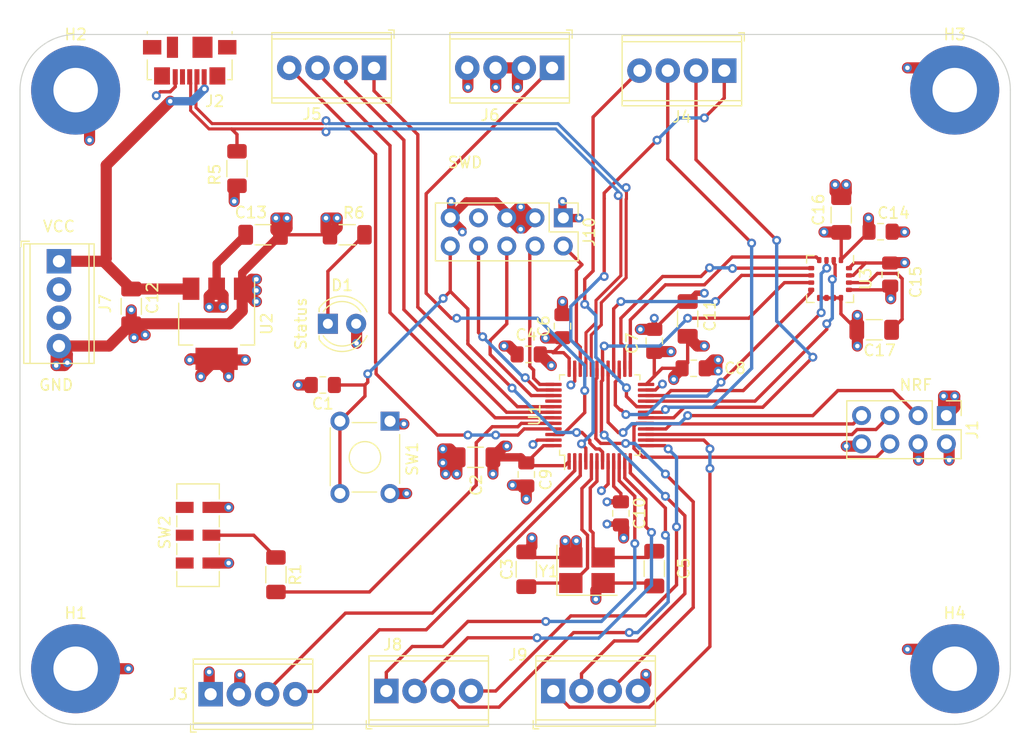
<source format=kicad_pcb>
(kicad_pcb (version 20211014) (generator pcbnew)
  (layers (0 "F.Cu" signal) (1 "In1.Cu" power) (2 "In2.Cu" power) (31 "B.Cu" signal) (34 "B.Paste" user) (35 "F.Paste" user) (36 "B.SilkS" user "B.Silkscreen") (37 "F.SilkS" user "F.Silkscreen") (38 "B.Mask" user) (39 "F.Mask" user) (44 "Edge.Cuts" user))
  (net 0 "")
  (net 1 "A4")
  (net 2 "GYRO_INT")
  (net 3 "A10")
  (net 4 "GND")
  (net 5 "A0")
  (net 6 "A1")
  (net 7 "A2")
  (net 8 "A3")
  (net 9 "+7.5V")
  (net 12 "D9")
  (net 13 "D5")
  (net 14 "D6")
  (net 15 "D7")
  (net 16 "D8")
  (net 17 "C15")
  (net 18 "D0")
  (net 19 "D1")
  (net 20 "D2")
  (net 21 "C13")
  (net 22 "C14")
  (net 23 "Net-(D1-Pad1)")
  (net 24 "/USB_D+")
  (net 25 "Net-(R1-Pad1)")
  (net 26 "/variable_boot")
  (net 27 "+3V3")
  (net 28 "/RCC_OSC_IN")
  (net 29 "/RCC_OSC_OUT")
  (net 30 "nRST")
  (net 31 "SCK")
  (net 32 "MISO")
  (net 33 "MOSI")
  (net 34 "I2C_SCL")
  (net 35 "I2C_SDA")
  (net 36 "GYRO_SDO")
  (net 37 "GYRO_CS")
  (net 38 "DRDY")
  (net 39 "DEN")
  (net 40 "nrf_CE")
  (net 41 "/USB_D-")
  (net 42 "SWDIO")
  (net 43 "SWCLK")
  (net 44 "TDI")
  (net 45 "TDO")
  (net 47 "Net-(C17-Pad1)")
  (footprint "Capacitor_SMD:C_0805_2012Metric_Pad1.18x1.45mm_HandSolder" (layer "F.Cu") (at 90 54.5375 90)
    (fp_text reference "C7")
    (fp_text value "100n")
  )
  (footprint "Package_TO_SOT_SMD:SOT-223-3_TabPin2" (layer "F.Cu") (at 50.67 53 -90)
    (fp_text reference "U2")
    (fp_text value "AMS1117-3.3")
  )
  (footprint "Crystal:Crystal_SMD_TXC_7M-4Pin_3.2x2.5mm_HandSoldering" (layer "F.Cu") (at 83.95 75.15)
    (fp_text reference "Y1")
    (fp_text value "16MHz")
  )
  (footprint "TerminalBlock_Phoenix:TerminalBlock_Phoenix_MPT-0,5-4-2.54_1x04_P2.54mm_Horizontal" (layer "F.Cu") (at 65.92 86)
    (fp_text reference "J8")
    (fp_text value "1x4")
  )
  (footprint "Button_Switch_THT:SW_TH_Tactile_Omron_B3F-10xx" (layer "F.Cu") (at 66.25 61.75 -90)
    (fp_text reference "SW1")
    (fp_text value "SW_SPST")
  )
  (footprint "Capacitor_SMD:C_1206_3216Metric_Pad1.33x1.80mm_HandSolder" (layer "F.Cu") (at 109.7625 53.5375 180)
    (fp_text reference "C17")
    (fp_text value "10n")
  )
  (footprint "Connector_PinHeader_2.54mm:PinHeader_2x05_P2.54mm_Vertical" (layer "F.Cu") (at 81.825 43.475 -90)
    (fp_text reference "J10")
    (fp_text value "Conn_02x05_Odd_Even")
  )
  (footprint "Capacitor_SMD:C_0805_2012Metric_Pad1.18x1.45mm_HandSolder" (layer "F.Cu") (at 87 70.0375 -90)
    (fp_text reference "C10")
    (fp_text value "100n")
  )
  (footprint "TerminalBlock_Phoenix:TerminalBlock_Phoenix_MPT-0,5-4-2.54_1x04_P2.54mm_Horizontal" (layer "F.Cu") (at 50.13 86.288345)
    (fp_text reference "J3")
    (fp_text value "1x4")
  )
  (footprint "LED_THT:LED_D4.0mm" (layer "F.Cu") (at 60.67 53)
    (fp_text reference "D1")
    (fp_text value "LED")
  )
  (footprint "TerminalBlock_Phoenix:TerminalBlock_Phoenix_MPT-0,5-4-2.54_1x04_P2.54mm_Horizontal" (layer "F.Cu") (at 80.815 30 180)
    (fp_text reference "J6")
    (fp_text value "1x4")
  )
  (footprint "Package_QFP:LQFP-48_7x7mm_P0.5mm" (layer "F.Cu") (at 85.1 61.2 90)
    (fp_text reference "U1")
    (fp_text value "STM32F103CBT6")
  )
  (footprint "Capacitor_SMD:C_0805_2012Metric_Pad1.18x1.45mm_HandSolder" (layer "F.Cu") (at 60.2125 58.5 180)
    (fp_text reference "C1")
    (fp_text value "100n")
  )
  (footprint "Connector_USB:USB_Micro-B_Molex_47346-0001" (layer "F.Cu") (at 48.25 29.35 180)
    (fp_text reference "J2")
    (fp_text value "USB_B_Micro")
  )
  (footprint "TerminalBlock_Phoenix:TerminalBlock_Phoenix_MPT-0,5-4-2.54_1x04_P2.54mm_Horizontal" (layer "F.Cu") (at 64.815 30 180)
    (fp_text reference "J5")
    (fp_text value "1x4")
  )
  (footprint "Capacitor_SMD:C_1206_3216Metric_Pad1.33x1.80mm_HandSolder" (layer "F.Cu") (at 43 51.4375 -90)
    (fp_text reference "C12")
    (fp_text value "10u")
  )
  (footprint "Capacitor_SMD:C_1206_3216Metric_Pad1.33x1.80mm_HandSolder" (layer "F.Cu") (at 78.5 75.0625 90)
    (fp_text reference "C3")
    (fp_text value "10p")
  )
  (footprint "MountingHole:MountingHole_4mm_Pad_TopBottom" (layer "F.Cu") (at 38 32)
    (fp_text reference "H2")
    (fp_text value "h")
  )
  (footprint "Capacitor_SMD:C_0805_2012Metric_Pad1.18x1.45mm_HandSolder" (layer "F.Cu") (at 110.3375 44.725)
    (fp_text reference "C14")
    (fp_text value "100n")
  )
  (footprint "MountingHole:MountingHole_4mm_Pad_TopBottom" (layer "F.Cu") (at 117 84)
    (fp_text reference "H4")
    (fp_text value "h")
  )
  (footprint "TerminalBlock_Phoenix:TerminalBlock_Phoenix_MPT-0,5-4-2.54_1x04_P2.54mm_Horizontal" (layer "F.Cu") (at 96.29 30.25 180)
    (fp_text reference "J4")
    (fp_text value "1x4")
  )
  (footprint "Capacitor_SMD:C_1206_3216Metric_Pad1.33x1.80mm_HandSolder" (layer "F.Cu") (at 73.9375 65 180)
    (fp_text reference "C2")
    (fp_text value "10u")
  )
  (footprint "Resistor_SMD:R_1206_3216Metric_Pad1.30x1.75mm_HandSolder" (layer "F.Cu") (at 52.5 39.05 90)
    (fp_text reference "R5")
    (fp_text value "1k5")
  )
  (footprint "Capacitor_SMD:C_1206_3216Metric_Pad1.33x1.80mm_HandSolder" (layer "F.Cu") (at 106.8 43.225 90)
    (fp_text reference "C16")
    (fp_text value "10u")
  )
  (footprint "Capacitor_SMD:C_0805_2012Metric_Pad1.18x1.45mm_HandSolder" (layer "F.Cu") (at 81.75 53.2125 90)
    (fp_text reference "C6")
    (fp_text value "100n")
  )
  (footprint "Capacitor_SMD:C_1206_3216Metric_Pad1.33x1.80mm_HandSolder" (layer "F.Cu") (at 93 52.5625 90)
    (fp_text reference "C11")
    (fp_text value "1u")
  )
  (footprint "Connector_PinHeader_2.54mm:PinHeader_2x04_P2.54mm_Vertical" (layer "F.Cu") (at 116.25 61.25 -90)
    (fp_text reference "J1")
    (fp_text value "2x4 female connector")
  )
  (footprint "Package_LGA:LGA-16_4x4mm_P0.65mm_LayoutBorder4x4y" (layer "F.Cu") (at 105.8 48.975 -90)
    (fp_text reference "U3")
    (fp_text value "L3GD20")
  )
  (footprint "Capacitor_SMD:C_0805_2012Metric_Pad1.18x1.45mm_HandSolder" (layer "F.Cu") (at 78.5 66.5375 -90)
    (fp_text reference "C9")
    (fp_text value "100n")
  )
  (footprint "Capacitor_SMD:C_0805_2012Metric_Pad1.18x1.45mm_HandSolder" (layer "F.Cu") (at 78.7125 55.75 180)
    (fp_text reference "C4")
    (fp_text value "100n")
  )
  (footprint "Capacitor_SMD:C_0805_2012Metric_Pad1.18x1.45mm_HandSolder" (layer "F.Cu") (at 111.2 48.575 -90)
    (fp_text reference "C15")
    (fp_text value "100n")
  )
  (footprint "TerminalBlock_Phoenix:TerminalBlock_Phoenix_MPT-0,5-4-2.54_1x04_P2.54mm_Horizontal" (layer "F.Cu") (at 80.92 86)
    (fp_text reference "J9")
    (fp_text value "1x4")
  )
  (footprint "Button_Switch_SMD:SW_DPDT_CK_JS202011JCQN" (layer "F.Cu") (at 49 72 -90)
    (fp_text reference "SW2")
    (fp_text value "SW_SPDT")
  )
  (footprint "MountingHole:MountingHole_4mm_Pad_TopBottom" (layer "F.Cu") (at 117 32)
    (fp_text reference "H3")
    (fp_text value "h")
  )
  (footprint "TerminalBlock_Phoenix:TerminalBlock_Phoenix_MPT-0,5-4-2.54_1x04_P2.54mm_Horizontal" (layer "F.Cu") (at 36.5 47.38 -90)
    (fp_text reference "J7")
    (fp_text value "1x4")
  )
  (footprint "Resistor_SMD:R_1206_3216Metric_Pad1.30x1.75mm_HandSolder" (layer "F.Cu") (at 56 75.55 -90)
    (fp_text reference "R1")
    (fp_text value "10k")
  )
  (footprint "Capacitor_SMD:C_1206_3216Metric_Pad1.33x1.80mm_HandSolder" (layer "F.Cu") (at 90 75 -90)
    (fp_text reference "C5")
    (fp_text value "10p")
  )
  (footprint "Resistor_SMD:R_1206_3216Metric_Pad1.30x1.75mm_HandSolder" (layer "F.Cu") (at 62.405 45)
    (fp_text reference "R6")
    (fp_text value "1k5")
  )
  (footprint "Capacitor_SMD:C_1206_3216Metric_Pad1.33x1.80mm_HandSolder" (layer "F.Cu") (at 54.8425 45)
    (fp_text reference "C13")
    (fp_text value "10u")
  )
  (footprint "MountingHole:MountingHole_4mm_Pad_TopBottom" (layer "F.Cu") (at 38 84)
    (fp_text reference "H1")
    (fp_text value "h")
  )
  (footprint "Capacitor_SMD:C_0805_2012Metric_Pad1.18x1.45mm_HandSolder" (layer "F.Cu") (at 93.5375 57)
    (fp_text reference "C8")
    (fp_text value "100n")
  )
  (gr_arc (start 33 32) (mid 34.464466 28.464466) (end 38 27) (layer "Edge.Cuts") (width 0.1))
  (gr_line (start 122 32) (end 122 84) (layer "Edge.Cuts") (width 0.1))
  (gr_arc (start 117 27) (mid 120.535534 28.464466) (end 122 32) (layer "Edge.Cuts") (width 0.1))
  (gr_arc (start 122 84) (mid 120.535534 87.535534) (end 117 89) (layer "Edge.Cuts") (width 0.1))
  (gr_arc (start 38 89) (mid 34.464466 87.535534) (end 33 84) (layer "Edge.Cuts") (width 0.1))
  (gr_line (start 38 27) (end 117 27) (layer "Edge.Cuts") (width 0.1))
  (gr_line (start 117 89) (end 38 89) (layer "Edge.Cuts") (width 0.1))
  (gr_line (start 33 32) (end 33 84) (layer "Edge.Cuts") (width 0.1))
  (gr_text "Status" (at 58.25 53 90) (layer "F.SilkS") (effects (font (size 1 1))))
  (gr_text "SWD" (at 73 38.5) (layer "F.SilkS") (effects (font (size 1 1))))
  (gr_text "GND" (at 36.25 58.5) (layer "F.SilkS") (effects (font (size 1 1))))
  (gr_text "VCC" (at 36.5 44.25) (layer "F.SilkS") (effects (font (size 1 1))))
  (gr_text "NRF" (at 113.5 58.5) (layer "F.SilkS") (effects (font (size 1 1))))
  (segment (start 95 64.2405) (end 95 64) (width 0.3) (layer "F.Cu") (net 1))
  (segment (start 94.45 63.45) (end 89.2625 63.45) (width 0.3) (layer "F.Cu") (net 1))
  (segment (start 82.37 87.45) (end 80.92 86) (width 0.3) (layer "F.Cu") (net 1))
  (segment (start 95 82) (end 89.55 87.45) (width 0.3) (layer "F.Cu") (net 1))
  (segment (start 89.55 87.45) (end 82.37 87.45) (width 0.3) (layer "F.Cu") (net 1))
  (segment (start 95 82) (end 95 66) (width 0.3) (layer "F.Cu") (net 1))
  (segment (start 95 64) (end 94.45 63.45) (width 0.3) (layer "F.Cu") (net 1))
  (via (at 95 64.2405) (size 0.8) (drill 0.4) (layers "F.Cu" "B.Cu") (net 1))
  (via (at 95 66) (size 0.8) (drill 0.4) (layers "F.Cu" "B.Cu") (net 1))
  (segment (start 95 66) (end 95 64.2405) (width 0.3) (layer "B.Cu") (net 1))
  (segment (start 85.35 58.083148) (end 85.35 57.0375) (width 0.3) (layer "F.Cu") (net 2))
  (segment (start 101.7 49.3) (end 104.1 49.3) (width 0.3) (layer "F.Cu") (net 2))
  (segment (start 85.35 55.15) (end 85.5 55) (width 0.3) (layer "F.Cu") (net 2))
  (segment (start 92.75 77.25) (end 92.75 70.25) (width 0.3) (layer "F.Cu") (net 2))
  (segment (start 86.404366 81.5) (end 88.5 81.5) (width 0.3) (layer "F.Cu") (net 2))
  (segment (start 85.25 58.183148) (end 85.35 58.083148) (width 0.3) (layer "F.Cu") (net 2))
  (segment (start 85.5 63.0005) (end 85.25 62.7505) (width 0.3) (layer "F.Cu") (net 2))
  (segment (start 98.5 52.5) (end 101.7 49.3) (width 0.3) (layer "F.Cu") (net 2))
  (segment (start 85.35 57.0375) (end 85.35 55.15) (width 0.3) (layer "F.Cu") (net 2))
  (segment (start 83.46 86) (end 83.46 84.444366) (width 0.3) (layer "F.Cu") (net 2))
  (segment (start 83.46 84.444366) (end 86.404366 81.5) (width 0.3) (layer "F.Cu") (net 2))
  (segment (start 92.75 70.25) (end 91 68.5) (width 0.3) (layer "F.Cu") (net 2))
  (segment (start 93 52.5) (end 98.5 52.5) (width 0.3) (layer "F.Cu") (net 2))
  (segment (start 88.5 81.5) (end 92.75 77.25) (width 0.3) (layer "F.Cu") (net 2))
  (segment (start 85.25 62.7505) (end 85.25 58.183148) (width 0.3) (layer "F.Cu") (net 2))
  (via (at 91 68.5) (size 0.8) (drill 0.4) (layers "F.Cu" "B.Cu") (net 2))
  (via (at 93 52.5) (size 0.8) (drill 0.4) (layers "F.Cu" "B.Cu") (net 2))
  (via (at 85.5 55) (size 0.8) (drill 0.4) (layers "F.Cu" "B.Cu") (net 2))
  (via (at 85.5 63.0005) (size 0.8) (drill 0.4) (layers "F.Cu" "B.Cu") (net 2))
  (segment (start 86.6755 64.1755) (end 91 68.5) (width 0.3) (layer "B.Cu") (net 2))
  (segment (start 85.5 63.0005) (end 86.675 64.1755) (width 0.3) (layer "B.Cu") (net 2))
  (segment (start 86.675 64.1755) (end 86.6755 64.1755) (width 0.3) (layer "B.Cu") (net 2))
  (segment (start 90.5 55) (end 93 52.5) (width 0.3) (layer "B.Cu") (net 2))
  (segment (start 85.5 55) (end 90.5 55) (width 0.3) (layer "B.Cu") (net 2))
  (segment (start 93.5 78.5) (end 93.5 69) (width 0.3) (layer "F.Cu") (net 3))
  (segment (start 93.5 69) (end 91 66.5) (width 0.3) (layer "F.Cu") (net 3))
  (segment (start 84.75 57.976041) (end 84.85 57.876041) (width 0.3) (layer "F.Cu") (net 3))
  (segment (start 84.75 63.311161) (end 84.75 57.976041) (width 0.3) (layer "F.Cu") (net 3))
  (segment (start 86 86) (end 93.5 78.5) (width 0.3) (layer "F.Cu") (net 3))
  (segment (start 84.85 57.876041) (end 84.85 57.0375) (width 0.3) (layer "F.Cu") (net 3))
  (segment (start 85.188839 63.75) (end 84.75 63.311161) (width 0.3) (layer "F.Cu") (net 3))
  (segment (start 87.4255 63.75) (end 85.188839 63.75) (width 0.3) (layer "F.Cu") (net 3))
  (via (at 87.4255 63.75) (size 0.8) (drill 0.4) (layers "F.Cu" "B.Cu") (net 3))
  (via (at 91 66.5) (size 0.8) (drill 0.4) (layers "F.Cu" "B.Cu") (net 3))
  (segment (start 88.25 63.75) (end 91 66.5) (width 0.3) (layer "B.Cu") (net 3))
  (segment (start 87.4255 63.75) (end 88.25 63.75) (width 0.3) (layer "B.Cu") (net 3))
  (segment (start 71 64.25) (end 71 65.5) (width 1) (layer "F.Cu") (net 4))
  (segment (start 79.490046 63.45) (end 80.9375 63.45) (width 0.3) (layer "F.Cu") (net 4))
  (segment (start 36.25 56.75) (end 36.25 55.25) (width 1) (layer "F.Cu") (net 4))
  (segment (start 72.25 65.5) (end 71 64.25) (width 1) (layer "F.Cu") (net 4))
  (segment (start 95.75 57.25) (end 95.75 56.25) (width 0.75) (layer "F.Cu") (net 4))
  (segment (start 71 64.25) (end 71.625 64.25) (width 1) (layer "F.Cu") (net 4))
  (segment (start 52.75 85.958345) (end 52.67 86.038345) (width 1) (layer "F.Cu") (net 4))
  (segment (start 82 72.5) (end 82 73.5) (width 1) (layer "F.Cu") (net 4))
  (segment (start 112.5 44.75) (end 111.4 44.75) (width 1) (layer "F.Cu") (net 4))
  (segment (start 45.6 32.15) (end 46.5 32.15) (width 0.3) (layer "F.Cu") (net 4))
  (segment (start 108.25 53.4875) (end 108.2 53.5375) (width 1) (layer "F.Cu") (net 4))
  (segment (start 67.75 68.25) (end 66.25 68.25) (width 1) (layer "F.Cu") (net 4))
  (segment (start 108.25 55) (end 108.25 53.5875) (width 1) (layer "F.Cu") (net 4))
  (segment (start 60.855 45) (end 56.405 45) (width 0.3) (layer "F.Cu") (net 4))
  (segment (start 72.25 66.5) (end 72.25 65.125) (width 1) (layer "F.Cu") (net 4))
  (segment (start 106.25 40.5) (end 106.25 41.1125) (width 1) (layer "F.Cu") (net 4))
  (segment (start 79 73) (end 78.5 73.5) (width 1) (layer "F.Cu") (net 4))
  (segment (start 89.25 85.29) (end 88.54 86) (width 1) (layer "F.Cu") (net 4))
  (segment (start 94.825 57.25) (end 94.575 57) (width 0.75) (layer "F.Cu") (net 4))
  (segment (start 78 44.5) (end 78 43.5) (width 0.75) (layer "F.Cu") (net 4))
  (segment (start 112.75 30) (end 115 30) (width 1) (layer "F.Cu") (net 4))
  (segment (start 57 43.5) (end 57 44.405) (width 1) (layer "F.Cu") (net 4))
  (segment (start 78 44.5) (end 77.77 44.5) (width 0.75) (layer "F.Cu") (net 4))
  (segment (start 77.77 44.5) (end 76.745 43.475) (width 0.75) (layer "F.Cu") (net 4))
  (segment (start 76.925 55) (end 77.675 55.75) (width 1) (layer "F.Cu") (net 4))
  (segment (start 82 73.5) (end 82.5 74) (width 1) (layer "F.Cu") (net 4))
  (segment (start 85.75 71) (end 86.925 71) (width 0.5) (layer "F.Cu") (net 4))
  (segment (start 52.97 51.85) (end 52.97 49.85) (width 1) (layer "F.Cu") (net 4))
  (segment (start 95.75 56.25) (end 95.325 56.25) (width 1) (layer "F.Cu") (net 4))
  (segment (start 56 43.5) (end 57 43.5) (width 1) (layer "F.Cu") (net 4))
  (segment (start 112.75 82.25) (end 115.25 82.25) (width 1) (layer "F.Cu") (net 4))
  (segment (start 107.25 40.5) (end 107.25 41.2125) (width 1) (layer "F.Cu") (net 4))
  (segment (start 76.5 55) (end 76.925 55) (width 1) (layer "F.Cu") (net 4))
  (segment (start 116 59.5) (end 116 61) (width 1) (layer "F.Cu") (net 4))
  (segment (start 86.925 71) (end 87 71.075) (width 0.5) (layer "F.Cu") (net 4))
  (segment (start 72.25 66.5) (end 72.25 65.5) (width 1) (layer "F.Cu") (net 4))
  (segment (start 45.25 32.5) (end 45.6 32.15) (width 0.3) (layer "F.Cu") (net 4))
  (segment (start 53.12 50) (end 52.97 49.85) (width 1) (layer "F.Cu") (net 4))
  (segment (start 75.75 30.015) (end 75.735 30) (width 1) (layer "F.Cu") (net 4))
  (segment (start 78.275 30) (end 75.735 30) (width 1) (layer "F.Cu") (net 4))
  (segment (start 58 58.5) (end 59.175 58.5) (width 1) (layer "F.Cu") (net 4))
  (segment (start 46.95 31.7) (end 46.95 30.81) (width 0.3) (layer "F.Cu") (net 4))
  (segment (start 51.82 53) (end 52.97 51.85) (width 1) (layer "F.Cu") (net 4))
  (segment (start 78.5 73.5) (end 79 74) (width 0.3) (layer "F.Cu") (net 4))
  (segment (start 78 42.5) (end 78.31 42.5) (width 0.75) (layer "F.Cu") (net 4))
  (segment (start 43 53) (end 51.82 53) (width 1) (layer "F.Cu") (net 4))
  (segment (start 107.25 41.2125) (end 106.8 41.6625) (width 1) (layer "F.Cu") (net 4))
  (segment (start 56 43.5) (end 56 44.595) (width 1) (layer "F.Cu") (net 4))
  (segment (start 77.72 42.5) (end 76.745 43.475) (width 0.75) (layer "F.Cu") (net 4))
  (segment (start 108.25 52.25) (end 108.25 53.4875) (width 1) (layer "F.Cu") (net 4))
  (segment (start 87.25 72.25) (end 87.25 71.325) (width 1) (layer "F.Cu") (net 4))
  (segment (start 37 56.75) (end 37.25 56.5) (width 1) (layer "F.Cu") (net 4))
  (segment (start 90 53.5) (end 92.5 51) (width 0.3) (layer "F.Cu") (net 4))
  (segment (start 106.125 50.675) (end 106.775 50.675) (width 0.3) (layer "F.Cu") (net 4))
  (segment (start 78.425 67.5) (end 78.5 67.575) (width 1) (layer "F.Cu") (net 4))
  (segment (start 84.75 77.75) (end 84.75 76.95) (width 1) (layer "F.Cu") (net 4))
  (segment (start 83 73.5) (end 82.5 74) (width 1) (layer "F.Cu") (net 4))
  (segment (start 78 42.5) (end 78 43.45) (width 0.75) (layer "F.Cu") (net 4))
  (segment (start 61.5 44.355) (end 60.855 45) (width 1) (layer "F.Cu") (net 4))
  (segment (start 83 72.5) (end 83 73.5) (width 1) (layer "F.Cu") (net 4))
  (segment (start 117 59.5) (end 116 59.5) (width 1) (layer "F.Cu") (net 4))
  (segment (start 104.825 50.675) (end 105.475 50.675) (width 0.3) (layer "F.Cu") (net 4))
  (segment (start 43.25 54.25) (end 43.25 53.25) (width 1) (layer "F.Cu") (net 4))
  (segment (start 54.25 49) (end 53.82 49) (width 1) (layer "F.Cu") (net 4))
  (segment (start 52.97 48.435) (end 56.405 45) (width 0.75) (layer "F.Cu") (net 4))
  (segment (start 39.25 33.25) (end 38 32) (width 1) (layer "F.Cu") (net 4))
  (segment (start 117 60.5) (end 116.25 61.25) (width 1) (layer "F.Cu") (net 4))
  (segment (start 67.5 62) (end 66.5 62) (width 1) (layer "F.Cu") (net 4))
  (segment (start 106.25 41.1125) (end 106.8 41.6625) (width 1) (layer "F.Cu") (net 4))
  (segment (start 52.97 49.85) (end 52.97 48.435) (width 0.75) (layer "F.Cu") (net 4))
  (segment (start 37.25 55.75) (end 36.5 55) (width 1) (layer "F.Cu") (net 4))
  (segment (start 72.75 44.56) (end 71.665 43.475) (width 0.75) (layer "F.Cu") (net 4))
  (segment (start 66.5 62) (end 66.25 61.75) (width 1) (layer "F.Cu") (net 4))
  (segment (start 90 52.5) (end 90 53.5) (width 0.5) (layer "F.Cu") (net 4))
  (segment (start 115 30) (end 117 32) (width 1) (layer "F.Cu") (net 4))
  (segment (start 76.745 42.985) (end 76.745 43.475) (width 0.75) (layer "F.Cu") (net 4))
  (segment (start 71 65.5) (end 71.875 65.5) (width 1) (layer "F.Cu") (net 4))
  (segment (start 57 44.405) (end 56.405 45) (width 1) (layer "F.Cu") (net 4))
  (segment (start 94.5 50.25) (end 93.75 50.25) (width 0.5) (layer "F.Cu") (net 4))
  (segment (start 36.25 55.25) (end 36.5 55) (width 1) (layer "F.Cu") (net 4))
  (segment (start 39.25 36.5) (end 39.25 33.25) (width 1) (layer "F.Cu") (net 4))
  (segment (start 42.75 84) (end 38 84) (width 1) (layer "F.Cu") (net 4))
  (segment (start 90.733681 58.41952) (end 90.631521 58.41952) (width 0.3) (layer "F.Cu") (net 4))
  (segment (start 78 42.5) (end 77.72 42.5) (width 0.75) (layer "F.Cu") (net 4))
  (segment (start 54.25 51) (end 54.12 51) (width 1) (layer "F.Cu") (net 4))
  (segment (start 77.25 67.5) (end 78.425 67.5) (width 1) (layer "F.Cu") (net 4))
  (segment (start 52.75 84.538345) (end 52.75 85.958345) (width 1) (layer "F.Cu") (net 4))
  (segment (start 78.31 42.5) (end 79.285 43.475) (width 0.75) (layer "F.Cu") (net 4))
  (segment (start 72.25 65.125) (end 72.375 65) (width 1) (layer "F.Cu") (net 4))
  (segment (start 37.25 56.5) (end 37.25 55.75) (width 1) (layer "F.Cu") (net 4))
  (segment (start 115.25 82.25) (end 117 84) (width 1) (layer "F.Cu") (net 4))
  (segment (start 111.4 44.75) (end 111.375 44.725) (width 1) (layer "F.Cu") (net 4))
  (segment (start 61.5 43.5) (end 60.5 43.5) (width 1) (layer "F.Cu") (net 4))
  (segment (start 77.702912 31.751438) (end 77.702912 30.572088) (width 1) (layer "F.Cu") (net 4))
  (segment (start 72.75 44.75) (end 72.75 44.56) (width 0.75) (layer "F.Cu") (net 4))
  (segment (start 116 61) (end 116.25 61.25) (width 1) (layer "F.Cu") (net 4))
  (segment (start 85.85 67.4) (end 85.85 65.3625) (width 0.3) (layer "F.Cu") (net 4))
  (segment (start 76.745 43.475) (end 78.025 43.475) (width 0.75) (layer "F.Cu") (net 4))
  (segment (start 79.095023 63.845023) (end 79.490046 63.45) (width 0.3) (layer "F.Cu") (net 4))
  (segment (start 54.12 51) (end 52.97 49.85) (width 1) (layer "F.Cu") (net 4))
  (segment (start 106.775 52.1125) (end 108.2 53.5375) (width 0.3) (layer "F.Cu") (net 4))
  (segment (start 90.631521 58.41952) (end 90.101041 58.95) (width 0.3) (layer "F.Cu") (net 4))
  (segment (start 54.25 50) (end 53.12 50) (width 1) (layer "F.Cu") (net 4))
  (segment (start 93.75 50.25) (end 93 51) (width 0.5) (layer "F.Cu") (net 4))
  (segment (start 77.702912 30.572088) (end 78.275 30) (width 1) (layer "F.Cu") (net 4))
  (segment (start 105.475 50.675) (end 106.125 50.675) (width 0.3) (layer "F.Cu") (net 4))
  (segment (start 73.14 42) (end 75.76 42) (width 0.75) (layer "F.Cu") (net 4))
  (segment (start 81.75 51) (end 81.75 52.175) (width 1) (layer "F.Cu") (net 4))
  (segment (start 43.25 53.25) (end 43 53) (width 1) (layer "F.Cu") (net 4))
  (segment (start 71.665 43.475) (end 73.14 42) (width 0.75) (layer "F.Cu") (net 4))
  (segment (start 46.5 32.15) (end 46.95 31.7) (width 0.3) (layer "F.Cu") (net 4))
  (segment (start 95.75 57.25) (end 94.825 57.25) (width 0.75) (layer "F.Cu") (net 4))
  (segment (start 95.325 56.25) (end 94.575 57) (width 1) (layer "F.Cu") (net 4))
  (segment (start 82.85 58.15) (end 82.85 57.0375) (width 0.3) (layer "F.Cu") (net 4))
  (segment (start 111.25 49.6625) (end 111.2 49.6125) (width 1) (layer "F.Cu") (net 4))
  (segment (start 90.101041 58.95) (end 89.2625 58.95) (width 0.3) (layer "F.Cu") (net 4))
  (segment (start 75.75 31.75) (end 75.75 30.015) (width 1) (layer "F.Cu") (net 4))
  (segment (start 85.25 68) (end 85.85 67.4) (width 0.3) (layer "F.Cu") (net 4))
  (segment (start 60.5 44.645) (end 60.855 45) (width 1) (layer "F.Cu") (net 4))
  (segment (start 92.5 51) (end 93 51) (width 0.3) (layer "F.Cu") (net 4))
  (segment (start 36.5 55) (end 41 55) (width 1) (layer "F.Cu") (net 4))
  (segment (start 75.76 42) (end 76.745 42.985) (width 0.75) (layer "F.Cu") (net 4))
  (segment (start 110.8625 49.95) (end 107.5 49.95) (width 0.3) (layer "F.Cu") (net 4))
  (segment (start 106.775 50.675) (end 106.775 52.1125) (width 0.3) (layer "F.Cu") (net 4))
  (segment (start 111.25 50.75) (end 111.25 49.6625) (width 1) (layer "F.Cu") (net 4))
  (segment (start 78.5 68.75) (end 78.5 67.575) (width 1) (layer "F.Cu") (net 4))
  (segment (start 108.25 53.5875) (end 108.2 53.5375) (width 1) (layer "F.Cu") (net 4))
  (segment (start 90 76.5625) (end 89.7375 76.3) (width 0.3) (layer "F.Cu") (net 4))
  (segment (start 82.5 58.5) (end 82.85 58.15) (width 0.3) (layer "F.Cu") (net 4))
  (segment (start 43 51.75) (end 43 53) (width 1) (layer "F.Cu") (net 4))
  (segment (start 78 44.5) (end 78.26 44.5) (width 0.75) (layer "F.Cu") (net 4))
  (segment (start 44 54) (end 43 53) (width 1) (layer "F.Cu") (net 4))
  (segment (start 61.5 43.5) (end 61.5 44.355) (width 1) (layer "F.Cu") (net 4))
  (segment (start 84.75 76.95) (end 85.4 76.3) (width 1) (layer "F.Cu") (net 4))
  (segment (start 71.625 64.25) (end 72.375 65) (width 1) (layer "F.Cu") (net 4))
  (segment (start 71.75 43.39) (end 71.665 43.475) (width 0.75) (layer "F.Cu") (net 4))
  (segment (start 36.25 56.75) (end 37 56.75) (width 1) (layer "F.Cu") (net 4))
  (segment (start 117 59.5) (end 117 60.5) (width 1) (layer "F.Cu") (net 4))
  (segment (start 79 72.25) (end 79 73) (width 1) (layer "F.Cu") (net 4))
  (segment (start 60.5 43.5) (end 60.5 44.645) (width 1) (layer "F.Cu") (net 4))
  (segment (start 78 43.5) (end 78.025 43.475) (width 0.75) (layer "F.Cu") (net 4))
  (segment (start 71.75 42) (end 71.75 43.39) (width 0.75) (layer "F.Cu") (net 4))
  (segment (start 56 44.595) (end 56.405 45) (width 1) (layer "F.Cu") (net 4))
  (segment (start 88.75 53.5) (end 90 53.5) (width 1) (layer "F.Cu") (net 4))
  (segment (start 71.25 66.125) (end 72.375 65) (width 1) (layer "F.Cu") (net 4))
  (segment (start 71.25 66.5) (end 71.25 66.125) (width 1) (layer "F.Cu") (net 4))
  (segment (start 78 43.45) (end 78.025 43.475) (width 0.75) (layer "F.Cu") (net 4))
  (segment (start 53.82 49) (end 52.97 49.85) (width 1) (layer "F.Cu") (net 4))
  (segment (start 44.25 54) (end 44 54) (width 1) (layer "F.Cu") (net 4))
  (segment (start 71.875 65.5) (end 72.375 65) (width 1) (layer "F.Cu") (net 4))
  (segment (start 51.75 69.5) (end 50.2 69.5) (width 1) (layer "F.Cu") (net 4))
  (segment (start 89.7375 76.3) (end 85.4 76.3) (width 0.3) (layer "F.Cu") (net 4))
  (segment (start 78.025 43.475) (end 79.285 43.475) (width 0.75) (layer "F.Cu") (net 4))
  (segment (start 41 55) (end 43 53) (width 1) (layer "F.Cu") (net 4))
  (segment (start 78.26 44.5) (end 79.285 43.475) (width 0.75) (layer "F.Cu") (net 4))
  (segment (start 111.2 49.6125) (end 110.8625 49.95) (width 0.3) (layer "F.Cu") (net 4))
  (segment (start 87.25 71.325) (end 87 71.075) (width 1) (layer "F.Cu") (net 4))
  (segment (start 79 74) (end 82.5 74) (width 0.3) (layer "F.Cu") (net 4))
  (segment (start 89.25 84.5) (end 89.25 85.29) (width 1) (layer "F.Cu") (net 4))
  (via (at 58 58.5) (size 0.8) (drill 0.4) (layers "F.Cu" "B.Cu") (net 4))
  (via (at 76.5 55) (size 0.8) (drill 0.4) (layers "F.Cu" "B.Cu") (net 4))
  (via (at 78 44.5) (size 0.8) (drill 0.4) (layers "F.Cu" "B.Cu") (net 4))
  (via (at 95.75 56.25) (size 0.8) (drill 0.4) (layers "F.Cu" "B.Cu") (net 4))
  (via (at 43.25 54.25) (size 0.8) (drill 0.4) (layers "F.Cu" "B.Cu") (net 4))
  (via (at 67.5 62) (size 0.8) (drill 0.4) (layers "F.Cu" "B.Cu") (net 4))
  (via (at 39.25 36.5) (size 0.8) (drill 0.4) (layers "F.Cu" "B.Cu") (net 4))
  (via (at 84.75 77.75) (size 0.8) (drill 0.4) (layers "F.Cu" "B.Cu") (net 4))
  (via (at 54.25 50) (size 0.8) (drill 0.4) (layers "F.Cu" "B.Cu") (net 4))
  (via (at 90.733681 58.41952) (size 0.8) (drill 0.4) (layers "F.Cu" "B.Cu") (net 4))
  (via (at 87.25 72.25) (size 0.8) (drill 0.4) (layers "F.Cu" "B.Cu") (net 4))
  (via (at 72.25 66.5) (size 0.8) (drill 0.4) (layers "F.Cu" "B.Cu") (net 4))
  (via (at 75.75 31.75) (size 0.8) (drill 0.4) (layers "F.Cu" "B.Cu") (net 4))
  (via (at 37.25 56.5) (size 0.8) (drill 0.4) (layers "F.Cu" "B.Cu") (net 4))
  (via (at 57 43.5) (size 0.8) (drill 0.4) (layers "F.Cu" "B.Cu") (net 4))
  (via (at 44.25 54) (size 0.8) (drill 0.4) (layers "F.Cu" "B.Cu") (net 4))
  (via (at 77.25 67.5) (size 0.8) (drill 0.4) (layers "F.Cu" "B.Cu") (net 4))
  (via (at 112.5 44.75) (size 0.8) (drill 0.4) (layers "F.Cu" "B.Cu") (net 4))
  (via (at 54.25 51) (size 0.8) (drill 0.4) (layers "F.Cu" "B.Cu") (net 4))
  (via (at 82 72.5) (size 0.8) (drill 0.4) (layers "F.Cu" "B.Cu") (net 4))
  (via (at 71.75 42) (size 0.8) (drill 0.4) (layers "F.Cu" "B.Cu") (net 4))
  (via (at 107.25 40.5) (size 0.8) (drill 0.4) (layers "F.Cu" "B.Cu") (net 4))
  (via (at 111.25 50.75) (size 0.8) (drill 0.4) (layers "F.Cu" "B.Cu") (net 4))
  (via (at 56 43.5) (size 0.8) (drill 0.4) (layers "F.Cu" "B.Cu") (net 4))
  (via (at 79.095023 63.845023) (size 0.8) (drill 0.4) (layers "F.Cu" "B.Cu") (net 4))
  (via (at 72.75 44.75) (size 0.8) (drill 0.4) (layers "F.Cu" "B.Cu") (net 4))
  (via (at 71 64.25) (size 0.8) (drill 0.4) (layers "F.Cu" "B.Cu") (net 4))
  (via (at 42.75 84) (size 0.8) (drill 0.4) (layers "F.Cu" "B.Cu") (net 4))
  (via (at 43 51.75) (size 0.8) (drill 0.4) (layers "F.Cu" "B.Cu") (net 4))
  (via (at 94.5 50.25) (size 0.8) (drill 0.4) (layers "F.Cu" "B.Cu") (net 4))
  (via (at 89.25 84.5) (size 0.8) (drill 0.4) (layers "F.Cu" "B.Cu") (net 4))
  (via (at 117 59.5) (size 0.8) (drill 0.4) (layers "F.Cu" "B.Cu") (net 4))
  (via (at 88.75 53.5) (size 0.8) (drill 0.4) (layers "F.Cu" "B.Cu") (net 4))
  (via (at 85.75 71) (size 0.8) (drill 0.4) (layers "F.Cu" "B.Cu") (net 4))
  (via (at 77.702912 31.751438) (size 0.8) (drill 0.4) (layers "F.Cu" "B.Cu") (net 4))
  (via (at 45.25 32.5) (size 0.8) (drill 0.4) (layers "F.Cu" "B.Cu") (net 4))
  (via (at 51.75 69.5) (size 0.8) (drill 0.4) (layers "F.Cu" "B.Cu") (net 4))
  (via (at 95.75 57.25) (size 0.8) (drill 0.4) (layers "F.Cu" "B.Cu") (net 4))
  (via (at 52.75 84.538345) (size 0.8) (drill 0.4) (layers "F.Cu" "B.Cu") (net 4))
  (via (at 108.25 52.25) (size 0.8) (drill 0.4) (layers "F.Cu" "B.Cu") (net 4))
  (via (at 112.75 82.25) (size 0.8) (drill 0.4) (layers "F.Cu" "B.Cu") (net 4))
  (via (at 71 65.5) (size 0.8) (drill 0.4) (layers "F.Cu" "B.Cu") (net 4))
  (via (at 106.25 40.5) (size 0.8) (drill 0.4) (layers "F.Cu" "B.Cu") (net 4))
  (via (at 83 72.5) (size 0.8) (drill 0.4) (layers "F.Cu" "B.Cu") (net 4))
  (via (at 81.75 51) (size 0.8) (drill 0.4) (layers "F.Cu" "B.Cu") (net 4))
  (via (at 82.5 58.5) (size 0.8) (drill 0.4) (layers "F.Cu" "B.Cu") (net 4))
  (via (at 67.75 68.25) (size 0.8) (drill 0.4) (layers "F.Cu" "B.Cu") (net 4))
  (via (at 60.5 43.5) (size 0.8) (drill 0.4) (layers "F.Cu" "B.Cu") (net 4))
  (via (at 36.25 56.75) (size 0.8) (drill 0.4) (layers "F.Cu" "B.Cu") (net 4))
  (via (at 108.25 55) (size 0.8) (drill 0.4) (layers "F.Cu" "B.Cu") (net 4))
  (via (at 85.25 68) (size 0.8) (drill 0.4) (layers "F.Cu" "B.Cu") (net 4))
  (via (at 54.25 49) (size 0.8) (drill 0.4) (layers "F.Cu" "B.Cu") (net 4))
  (via (at 78 42.5) (size 0.8) (drill 0.4) (layers "F.Cu" "B.Cu") (net 4))
  (via (at 71.25 66.5) (size 0.8) (drill 0.4) (layers "F.Cu" "B.Cu") (net 4))
  (via (at 112.75 30) (size 0.8) (drill 0.4) (layers "F.Cu" "B.Cu") (net 4))
  (via (at 79 72.25) (size 0.8) (drill 0.4) (layers "F.Cu" "B.Cu") (net 4))
  (via (at 78.5 68.75) (size 0.8) (drill 0.4) (layers "F.Cu" "B.Cu") (net 4))
  (via (at 61.5 43.5) (size 0.8) (drill 0.4) (layers "F.Cu" "B.Cu") (net 4))
  (via (at 90 52.5) (size 0.8) (drill 0.4) (layers "F.Cu" "B.Cu") (net 4))
  (via (at 116 59.5) (size 0.8) (drill 0.4) (layers "F.Cu" "B.Cu") (net 4))
  (segment (start 86.85 65.3625) (end 86.85 67.1) (width 0.3) (layer "F.Cu") (net 5))
  (segment (start 88.25 68.5) (end 88.25 72.75) (width 0.3) (layer "F.Cu") (net 5))
  (segment (start 68.25 82) (end 65.92 84.33) (width 0.3) (layer "F.Cu") (net 5))
  (segment (start 80.25 79.75) (end 73.25 79.75) (width 0.3) (layer "F.Cu") (net 5))
  (segment (start 65.92 84.33) (end 65.92 86) (width 0.3) (layer "F.Cu") (net 5))
  (segment (start 73.25 79.75) (end 71 82) (width 0.3) (layer "F.Cu") (net 5))
  (segment (start 71 82) (end 68.25 82) (width 0.3) (layer "F.Cu") (net 5))
  (segment (start 86.85 67.1) (end 88.25 68.5) (width 0.3) (layer "F.Cu") (net 5))
  (via (at 88.25 72.75) (size 0.8) (drill 0.4) (layers "F.Cu" "B.Cu") (net 5))
  (via (at 80.25 79.75) (size 0.8) (drill 0.4) (layers "F.Cu" "B.Cu") (net 5))
  (segment (start 85.25 79.75) (end 88.25 76.75) (width 0.3) (layer "B.Cu") (net 5))
  (segment (start 88.25 76.75) (end 88.25 72.75) (width 0.3) (layer "B.Cu") (net 5))
  (segment (start 80.25 79.75) (end 85.25 79.75) (width 0.3) (layer "B.Cu") (net 5))
  (segment (start 89.75 71.75) (end 89.25 71.25) (width 0.3) (layer "F.Cu") (net 6))
  (segment (start 89.25 68.75) (end 87.35 66.85) (width 0.3) (layer "F.Cu") (net 6))
  (segment (start 73.239977 81.220023) (end 68.46 86) (width 0.3) (layer "F.Cu") (net 6))
  (segment (start 87.35 66.85) (end 87.35 65.3625) (width 0.3) (layer "F.Cu") (net 6))
  (segment (start 89.25 71.25) (end 89.25 68.75) (width 0.3) (layer "F.Cu") (net 6))
  (segment (start 79.470023 81.220023) (end 73.239977 81.220023) (width 0.3) (layer "F.Cu") (net 6))
  (via (at 79.470023 81.220023) (size 0.8) (drill 0.4) (layers "F.Cu" "B.Cu") (net 6))
  (via (at 89.75 71.75) (size 0.8) (drill 0.4) (layers "F.Cu" "B.Cu") (net 6))
  (segment (start 79.5 81.25) (end 85 81.25) (width 0.3) (layer "B.Cu") (net 6))
  (segment (start 89.75 76.5) (end 89.75 71.75) (width 0.3) (layer "B.Cu") (net 6))
  (segment (start 85 81.25) (end 89.75 76.5) (width 0.3) (layer "B.Cu") (net 6))
  (segment (start 79.470023 81.220023) (end 79.5 81.25) (width 0.3) (layer "B.Cu") (net 6))
  (segment (start 72.45 87.45) (end 76.05 87.45) (width 0.3) (layer "F.Cu") (net 7))
  (segment (start 91 69.560661) (end 87.85 66.410661) (width 0.3) (layer "F.Cu") (net 7))
  (segment (start 71 86) (end 72.45 87.45) (width 0.3) (layer "F.Cu") (net 7))
  (segment (start 87.85 66.410661) (end 87.85 65.3625) (width 0.3) (layer "F.Cu") (net 7))
  (segment (start 91 72) (end 91 69.560661) (width 0.3) (layer "F.Cu") (net 7))
  (segment (start 82.75 80.75) (end 87.75 80.75) (width 0.3) (layer "F.Cu") (net 7))
  (segment (start 76.05 87.45) (end 82.75 80.75) (width 0.3) (layer "F.Cu") (net 7))
  (via (at 87.75 80.75) (size 0.8) (drill 0.4) (layers "F.Cu" "B.Cu") (net 7))
  (via (at 91 72) (size 0.8) (drill 0.4) (layers "F.Cu" "B.Cu") (net 7))
  (segment (start 91.25 78) (end 91.25 72.25) (width 0.3) (layer "B.Cu") (net 7))
  (segment (start 91.25 72.25) (end 91 72) (width 0.3) (layer "B.Cu") (net 7))
  (segment (start 88.5 80.75) (end 91.25 78) (width 0.3) (layer "B.Cu") (net 7))
  (segment (start 87.75 80.75) (end 88.5 80.75) (width 0.3) (layer "B.Cu") (net 7))
  (segment (start 90.9595 63.95) (end 89.2625 63.95) (width 0.3) (layer "F.Cu") (net 8))
  (segment (start 92 76.473528) (end 92 71.25) (width 0.3) (layer "F.Cu") (net 8))
  (segment (start 73.54 86) (end 75.75 86) (width 0.3) (layer "F.Cu") (net 8))
  (segment (start 89.223528 79.25) (end 92 76.473528) (width 0.3) (layer "F.Cu") (net 8))
  (segment (start 75.75 86) (end 82.5 79.25) (width 0.3) (layer "F.Cu") (net 8))
  (segment (start 91.25 64.2405) (end 90.9595 63.95) (width 0.3) (layer "F.Cu") (net 8))
  (segment (start 82.5 79.25) (end 89.223528 79.25) (width 0.3) (layer "F.Cu") (net 8))
  (via (at 91.25 64.2405) (size 0.8) (drill 0.4) (layers "F.Cu" "B.Cu") (net 8))
  (via (at 92 71.25) (size 0.8) (drill 0.4) (layers "F.Cu" "B.Cu") (net 8))
  (segment (start 91.25 64.2405) (end 92 64.9905) (width 0.3) (layer "B.Cu") (net 8))
  (segment (start 92 64.9905) (end 92 71.25) (width 0.3) (layer "B.Cu") (net 8))
  (segment (start 40.75 38.75) (end 40.75 47.135) (width 1) (layer "F.Cu") (net 9))
  (segment (start 49.55 30.81) (end 49.55 31.871107) (width 0.3) (layer "F.Cu") (net 9))
  (segment (start 48.345 49.875) (end 48.37 49.85) (width 1) (layer "F.Cu") (net 9))
  (segment (start 49.55 31.871107) (end 49.575001 31.896108) (width 0.3) (layer "F.Cu") (net 9))
  (segment (start 40.505 47.38) (end 43 49.875) (width 1) (layer "F.Cu") (net 9))
  (segment (start 43 49.875) (end 48.345 49.875) (width 1) (layer "F.Cu") (net 9))
  (segment (start 40.75 47.135) (end 40.505 47.38) (width 1) (layer "F.Cu") (net 9))
  (segment (start 46.5 33) (end 40.75 38.75) (width 1) (layer "F.Cu") (net 9))
  (segment (start 36.5 47.38) (end 40.505 47.38) (width 1) (layer "F.Cu") (net 9))
  (via (at 46.5 33) (size 0.8) (drill 0.4) (layers "F.Cu" "B.Cu") (net 9))
  (via (at 49.575001 31.896108) (size 0.8) (drill 0.4) (layers "F.Cu" "B.Cu") (net 9))
  (segment (start 49.575001 31.924999) (end 49.575001 31.896108) (width 0.3) (layer "B.Cu") (net 9))
  (segment (start 48.471109 33) (end 46.5 33) (width 0.75) (layer "B.Cu") (net 9))
  (segment (start 49.575001 31.896108) (end 48.471109 33) (width 0.75) (layer "B.Cu") (net 9))
  (segment (start 72.25 52.5) (end 71.75 52.5) (width 0.3) (layer "F.Cu") (net 12))
  (segment (start 83.75 60.976041) (end 81.776041 62.95) (width 0.3) (layer "F.Cu") (net 12))
  (segment (start 81.776041 62.95) (end 80.9375 62.95) (width 0.3) (layer "F.Cu") (net 12))
  (segment (start 69.5 41.315) (end 80.815 30) (width 0.3) (layer "F.Cu") (net 12))
  (segment (start 83.75 59) (end 83.75 60.976041) (width 0.3) (layer "F.Cu") (net 12))
  (segment (start 69.5 50.25) (end 69.5 41.315) (width 0.3) (layer "F.Cu") (net 12))
  (segment (start 71.75 52.5) (end 69.5 50.25) (width 0.3) (layer "F.Cu") (net 12))
  (via (at 72.25 52.5) (size 0.8) (drill 0.4) (layers "F.Cu" "B.Cu") (net 12))
  (via (at 83.75 59) (size 0.8) (drill 0.4) (layers "F.Cu" "B.Cu") (net 12))
  (segment (start 72.25 52.5) (end 79.5 52.5) (width 0.3) (layer "B.Cu") (net 12))
  (segment (start 83.75 56.75) (end 83.75 59) (width 0.3) (layer "B.Cu") (net 12))
  (segment (start 79.5 52.5) (end 83.75 56.75) (width 0.3) (layer "B.Cu") (net 12))
  (segment (start 77.7 60.45) (end 68.75 51.5) (width 0.3) (layer "F.Cu") (net 13))
  (segment (start 68.75 36) (end 64.815 32.065) (width 0.3) (layer "F.Cu") (net 13))
  (segment (start 64.815 32.065) (end 64.815 30) (width 0.3) (layer "F.Cu") (net 13))
  (segment (start 80.9375 60.45) (end 77.7 60.45) (width 0.3) (layer "F.Cu") (net 13))
  (segment (start 68.75 51.5) (end 68.75 36) (width 0.3) (layer "F.Cu") (net 13))
  (segment (start 76.721447 60.95) (end 80.9375 60.95) (width 0.3) (layer "F.Cu") (net 14))
  (segment (start 67.5 36.5) (end 67.5 51.728553) (width 0.3) (layer "F.Cu") (net 14))
  (segment (start 67.5 51.728553) (end 76.721447 60.95) (width 0.3) (layer "F.Cu") (net 14))
  (segment (start 62.275 30) (end 62.275 31.275) (width 0.3) (layer "F.Cu") (net 14))
  (segment (start 62.275 31.275) (end 67.5 36.5) (width 0.3) (layer "F.Cu") (net 14))
  (segment (start 66.25 36.985) (end 66.25 52) (width 0.3) (layer "F.Cu") (net 15))
  (segment (start 66.235 36.985) (end 66.25 36.985) (width 0.3) (layer "F.Cu") (net 15))
  (segment (start 75.7 61.45) (end 80.9375 61.45) (width 0.3) (layer "F.Cu") (net 15))
  (segment (start 59.735 30) (end 59.735 30.485) (width 0.3) (layer "F.Cu") (net 15))
  (segment (start 66.25 52) (end 75.7 61.45) (width 0.3) (layer "F.Cu") (net 15))
  (segment (start 59.735 30.485) (end 66.235 36.985) (width 0.3) (layer "F.Cu") (net 15))
  (segment (start 65 56.5) (end 65 57.5) (width 0.3) (layer "F.Cu") (net 16))
  (segment (start 57.195 30) (end 64.955 37.76) (width 0.3) (layer "F.Cu") (net 16))
  (segment (start 70.5 63) (end 73.25 63) (width 0.3) (layer "F.Cu") (net 16))
  (segment (start 65 57.5) (end 70.5 63) (width 0.3) (layer "F.Cu") (net 16))
  (segment (start 77.75 63) (end 78.3 62.45) (width 0.3) (layer "F.Cu") (net 16))
  (segment (start 78.3 62.45) (end 80.9375 62.45) (width 0.3) (layer "F.Cu") (net 16))
  (segment (start 64.955 56.455) (end 65 56.5) (width 0.3) (layer "F.Cu") (net 16))
  (segment (start 75.75 63) (end 77.75 63) (width 0.3) (layer "F.Cu") (net 16))
  (segment (start 64.955 37.76) (end 64.955 56.455) (width 0.3) (layer "F.Cu") (net 16))
  (via (at 75.75 63) (size 0.8) (drill 0.4) (layers "F.Cu" "B.Cu") (net 16))
  (via (at 73.25 63) (size 0.8) (drill 0.4) (layers "F.Cu" "B.Cu") (net 16))
  (segment (start 73.25 63) (end 75.75 63) (width 0.3) (layer "B.Cu") (net 16))
  (segment (start 85.5 41.75) (end 85.5 41.25) (width 0.3) (layer "F.Cu") (net 17))
  (segment (start 83.85 64.178222) (end 83.460889 63.789111) (width 0.3) (layer "F.Cu") (net 17))
  (segment (start 96.29 32.71) (end 96.29 30.25) (width 0.3) (layer "F.Cu") (net 17))
  (segment (start 94.5 34.5) (end 96.29 32.71) (width 0.3) (layer "F.Cu") (net 17))
  (segment (start 85.5 48.75) (end 85.5 41.75) (width 0.3) (layer "F.Cu") (net 17))
  (segment (start 83.85 65.3625) (end 83.85 64.178222) (width 0.3) (layer "F.Cu") (net 17))
  (segment (start 85.5 41.25) (end 90.25 36.5) (width 0.3) (layer "F.Cu") (net 17))
  (via (at 90.25 36.5) (size 0.8) (drill 0.4) (layers "F.Cu" "B.Cu") (net 17))
  (via (at 83.460889 63.789111) (size 0.8) (drill 0.4) (layers "F.Cu" "B.Cu") (net 17))
  (via (at 85.5 48.75) (size 0.8) (drill 0.4) (layers "F.Cu" "B.Cu") (net 17))
  (via (at 94.5 34.5) (size 0.8) (drill 0.4) (layers "F.Cu" "B.Cu") (net 17))
  (segment (start 92.25 34.5) (end 94.5 34.5) (width 0.3) (layer "B.Cu") (net 17))
  (segment (start 82.5 54.457107) (end 84.5 56.457107) (width 0.3) (layer "B.Cu") (net 17))
  (segment (start 85.25 48.75) (end 83.5 50.5) (width 0.3) (layer "B.Cu") (net 17))
  (segment (start 85.5 48.75) (end 85.25 48.75) (width 0.3) (layer "B.Cu") (net 17))
  (segment (start 83.5 50.5) (end 83.439339 50.5) (width 0.3) (layer "B.Cu") (net 17))
  (segment (start 84.5 62.75) (end 83.460889 63.789111) (width 0.3) (layer "B.Cu") (net 17))
  (segment (start 90.25 36.5) (end 92.25 34.5) (width 0.3) (layer "B.Cu") (net 17))
  (segment (start 82.5 51.439339) (end 82.5 54.457107) (width 0.3) (layer "B.Cu") (net 17))
  (segment (start 83.439339 50.5) (end 82.5 51.439339) (width 0.3) (layer "B.Cu") (net 17))
  (segment (start 84.5 56.457107) (end 84.5 62.75) (width 0.3) (layer "B.Cu") (net 17))
  (segment (start 92.689839 60.5) (end 99.75 60.5) (width 0.3) (layer "F.Cu") (net 18))
  (segment (start 89.2625 61.45) (end 91.739839 61.45) (width 0.3) (layer "F.Cu") (net 18))
  (segment (start 101 45.5) (end 93.75 38.25) (width 0.3) (layer "F.Cu") (net 18))
  (segment (start 93.75 38.25) (end 93.75 30.25) (width 0.3) (layer "F.Cu") (net 18))
  (segment (start 99.75 60.5) (end 104.25 56) (width 0.3) (layer "F.Cu") (net 18))
  (segment (start 91.739839 61.45) (end 92.689839 60.5) (width 0.3) (layer "F.Cu") (net 18))
  (via (at 101 45.5) (size 0.8) (drill 0.4) (layers "F.Cu" "B.Cu") (net 18))
  (via (at 104.25 56) (size 0.8) (drill 0.4) (layers "F.Cu" "B.Cu") (net 18))
  (segment (start 101 52.75) (end 101 45.5) (width 0.3) (layer "B.Cu") (net 18))
  (segment (start 104.25 56) (end 101 52.75) (width 0.3) (layer "B.Cu") (net 18))
  (segment (start 91.21 38.21) (end 98.75 45.75) (width 0.3) (layer "F.Cu") (net 19))
  (segment (start 90.7505 60.95) (end 89.2625 60.95) (width 0.3) (layer "F.Cu") (net 19))
  (segment (start 91.21 30.25) (end 91.21 38.21) (width 0.3) (layer "F.Cu") (net 19))
  (segment (start 91 60.7005) (end 90.7505 60.95) (width 0.3) (layer "F.Cu") (net 19))
  (via (at 91 60.7005) (size 0.8) (drill 0.4) (layers "F.Cu" "B.Cu") (net 19))
  (via (at 98.75 45.75) (size 0.8) (drill 0.4) (layers "F.Cu" "B.Cu") (net 19))
  (segment (start 91.2005 60.5) (end 95.25 60.5) (width 0.3) (layer "B.Cu") (net 19))
  (segment (start 98.75 57) (end 95.25 60.5) (width 0.3) (layer "B.Cu") (net 19))
  (segment (start 98.75 45.75) (end 98.75 57) (width 0.3) (layer "B.Cu") (net 19))
  (segment (start 91.2005 60.5) (end 91 60.7005) (width 0.3) (layer "B.Cu") (net 19))
  (segment (start 87.5 59.526041) (end 88.423959 60.45) (width 0.3) (layer "F.Cu") (net 20))
  (segment (start 83.75 49) (end 84.5 48.25) (width 0.3) (layer "F.Cu") (net 20))
  (segment (start 84.5 48.25) (end 84.5 34.42) (width 0.3) (layer "F.Cu") (net 20))
  (segment (start 88.423959 60.45) (end 89.2625 60.45) (width 0.3) (layer "F.Cu") (net 20))
  (segment (start 87.5 58.75) (end 87.5 59.526041) (width 0.3) (layer "F.Cu") (net 20))
  (segment (start 84.5 34.42) (end 88.67 30.25) (width 0.3) (layer "F.Cu") (net 20))
  (segment (start 83.75 51.25) (end 83.75 49) (width 0.3) (layer "F.Cu") (net 20))
  (via (at 87.5 58.75) (size 0.8) (drill 0.4) (layers "F.Cu" "B.Cu") (net 20))
  (via (at 83.75 51.25) (size 0.8) (drill 0.4) (layers "F.Cu" "B.Cu") (net 20))
  (segment (start 84.75 56) (end 87.5 58.75) (width 0.3) (layer "B.Cu") (net 20))
  (segment (start 83.75 51.25) (end 84.75 52.25) (width 0.3) (layer "B.Cu") (net 20))
  (segment (start 84.75 52.25) (end 84.75 56) (width 0.3) (layer "B.Cu") (net 20))
  (segment (start 62.248345 79) (end 70.051041 79) (width 0.3) (layer "F.Cu") (net 21))
  (segment (start 82.85 66.201041) (end 82.85 65.3625) (width 0.3) (layer "F.Cu") (net 21))
  (segment (start 55.21 86.038345) (end 62.248345 79) (width 0.3) (layer "F.Cu") (net 21))
  (segment (start 70.051041 79) (end 82.85 66.201041) (width 0.3) (layer "F.Cu") (net 21))
  (segment (start 83.35 66.65) (end 69.5 80.5) (width 0.3) (layer "F.Cu") (net 22))
  (segment (start 65.288345 80.5) (end 69.5 80.5) (width 0.3) (layer "F.Cu") (net 22))
  (segment (start 83.35 65.3625) (end 83.35 66.65) (width 0.3) (layer "F.Cu") (net 22))
  (segment (start 65.288345 80.5) (end 59.75 86.038345) (width 0.3) (layer "F.Cu") (net 22))
  (segment (start 59.75 86.038345) (end 57.75 86.038345) (width 0.3) (layer "F.Cu") (net 22))
  (segment (start 60.67 48.285) (end 63.955 45) (width 0.3) (layer "F.Cu") (net 23))
  (segment (start 60.67 53) (end 60.67 48.285) (width 0.3) (layer "F.Cu") (net 23))
  (segment (start 48.335986 31.360986) (end 48.335986 33.835986) (width 0.274828) (layer "F.Cu") (net 24))
  (segment (start 86.994897 41.704267) (end 86.994897 48.667085) (width 0.274828) (layer "F.Cu") (net 24))
  (segment (start 84.760986 50.900996) (end 84.760986 52.900996) (width 0.274828) (layer "F.Cu") (net 24))
  (segment (start 83.860986 53.800996) (end 83.860986 57.026514) (width 0.274828) (layer "F.Cu") (net 24))
  (segment (start 86.994897 48.667085) (end 84.760986 50.900996) (width 0.274828) (layer "F.Cu") (net 24))
  (segment (start 52.5 37.5) (end 52.5 35.978028) (width 0.3) (layer "F.Cu") (net 24))
  (segment (start 60.237414 35.489014) (end 60.5 35.7516) (width 0.274828) (layer "F.Cu") (net 24))
  (segment (start 83.860986 57.026514) (end 83.85 57.0375) (width 0.274828) (layer "F.Cu") (net 24))
  (segment (start 49.989014 35.489014) (end 60.237414 35.489014) (width 0.274828) (layer "F.Cu") (net 24))
  (segment (start 86.763555 41.472925) (end 86.994897 41.704267) (width 0.274828) (layer "F.Cu") (net 24))
  (segment (start 48.25 30.81) (end 48.25 31.275) (width 0.274828) (layer "F.Cu") (net 24))
  (segment (start 48.335986 33.835986) (end 49.989014 35.489014) (width 0.274828) (layer "F.Cu") (net 24))
  (segment (start 52.5 35.978028) (end 52.020372 35.4984) (width 0.3) (layer "F.Cu") (net 24))
  (segment (start 48.25 31.275) (end 48.335986 31.360986) (width 0.274828) (layer "F.Cu") (net 24))
  (segment (start 84.760986 52.900996) (end 83.860986 53.800996) (width 0.274828) (layer "F.Cu") (net 24))
  (segment (start 52.020372 35.4984) (end 52.010986 35.4984) (width 0.3) (layer "F.Cu") (net 24))
  (via (at 60.5 35.7516) (size 0.8) (drill 0.4) (layers "F.Cu" "B.Cu") (net 24))
  (via (at 86.763555 41.472925) (size 0.8) (drill 0.4) (layers "F.Cu" "B.Cu") (net 24))
  (segment (start 60.762586 35.489014) (end 81.150997 35.489014) (width 0.274828) (layer "B.Cu") (net 24))
  (segment (start 60.5 35.7516) (end 60.762586 35.489014) (width 0.274828) (layer "B.Cu") (net 24))
  (segment (start 86.763555 41.101572) (end 86.763555 41.472925) (width 0.274828) (layer "B.Cu") (net 24))
  (segment (start 81.150997 35.489014) (end 86.763555 41.101572) (width 0.274828) (layer "B.Cu") (net 24))
  (segment (start 50.2 72) (end 54 72) (width 0.3) (layer "F.Cu") (net 25))
  (segment (start 54 72) (end 56 74) (width 0.3) (layer "F.Cu") (net 25))
  (segment (start 77.75 62.25) (end 78.05 61.95) (width 0.3) (layer "F.Cu") (net 26))
  (segment (start 64.4 77.1) (end 74 67.5) (width 0.3) (layer "F.Cu") (net 26))
  (segment (start 75.439339 62.25) (end 77.75 62.25) (width 0.3) (layer "F.Cu") (net 26))
  (segment (start 74 63.689339) (end 75.439339 62.25) (width 0.3) (layer "F.Cu") (net 26))
  (segment (start 78.05 61.95) (end 80.9375 61.95) (width 0.3) (layer "F.Cu") (net 26))
  (segment (start 74 67.5) (end 74 63.689339) (width 0.3) (layer "F.Cu") (net 26))
  (segment (start 56 77.1) (end 64.4 77.1) (width 0.3) (layer "F.Cu") (net 26))
  (segment (start 51.25 50.43) (end 50.67 49.85) (width 1) (layer "F.Cu") (net 27))
  (segment (start 81.75 43.4) (end 81.825 43.475) (width 0.75) (layer "F.Cu") (net 27))
  (segment (start 92.5 57) (end 90.7125 57) (width 0.3) (layer "F.Cu") (net 27))
  (segment (start 89.2625 58.45) (end 90 57.7125) (width 0.3) (layer "F.Cu") (net 27))
  (segment (start 93.875 55) (end 93 54.125) (width 1) (layer "F.Cu") (net 27))
  (segment (start 108.42 64) (end 108.63 63.79) (width 1) (layer "F.Cu") (net 27))
  (segment (start 50 50.52) (end 50.67 49.85) (width 1) (layer "F.Cu") (net 27))
  (segment (start 94.5 55) (end 93.875 55) (width 1) (layer "F.Cu") (net 27))
  (segment (start 91.75 57.75) (end 92.5 57) (width 1) (layer "F.Cu") (net 27))
  (segment (start 52.25 40.85) (end 52.5 40.6) (width 1) (layer "F.Cu") (net 27))
  (segment (start 50 84.288345) (end 50 85.908345) (width 1) (layer "F.Cu") (net 27))
  (segment (start 51.25 51.5) (end 51.25 50.43) (width 1) (layer "F.Cu") (net 27))
  (segment (start 87 69) (end 87 68.25) (width 0.3) (layer "F.Cu") (net 27))
  (segment (start 50 85.908345) (end 50.13 86.038345) (width 1) (layer "F.Cu") (net 27))
  (segment (start 107.875 48.65) (end 108.9875 47.5375) (width 0.3) (layer "F.Cu") (net 27))
  (segment (start 51.75 57.75) (end 51.75 57.23) (width 1) (layer "F.Cu") (net 27))
  (segment (start 76.75 64) (end 76.5 64) (width 1) (layer "F.Cu") (net 27))
  (segment (start 78.5 65.5) (end 80.05 63.95) (width 0.3) (layer "F.Cu") (net 27))
  (segment (start 93 54.125) (end 93 56.5) (width 0.3) (layer "F.Cu") (net 27))
  (segment (start 80.8125 55.5) (end 80.90625 55.59375) (width 0.3) (layer "F.Cu") (net 27))
  (segment (start 105.25 44.75) (end 106.7625 44.75) (width 1) (layer "F.Cu") (net 27))
  (segment (start 86.35 67.6) (end 86.35 65.3625) (width 0.3) (layer "F.Cu") (net 27))
  (segment (start 48.35 56.15) (end 48.25 56.25) (width 1) (layer "F.Cu") (net 27))
  (segment (start 50.67 56.15) (end 48.35 56.15) (width 1) (layer "F.Cu") (net 27))
  (segment (start 107.9625 47.5375) (end 107.5 48) (width 0.3) (layer "F.Cu") (net 27))
  (segment (start 111.2375 47.5) (end 111.2 47.5375) (width 1) (layer "F.Cu") (net 27))
  (segment (start 90.7125 57) (end 90 57.7125) (width 0.3) (layer "F.Cu") (net 27))
  (segment (start 107.25 64) (end 108.42 64) (width 1) (layer "F.Cu") (net 27))
  (segment (start 63.25 53.04) (end 63.21 53) (width 1) (layer "F.Cu") (net 27))
  (segment (start 109.3 44.725) (end 106.775 47.25) (width 0.3) (layer "F.Cu") (net 27))
  (segment (start 106.7625 44.75) (end 106.8 44.7875) (width 1) (layer "F.Cu") (net 27))
  (segment (start 50.77 56.25) (end 50.67 56.15) (width 1) (layer "F.Cu") (net 27))
  (segment (start 80.90625 55.59375) (end 81.84375 55.59375) (width 0.3) (layer "F.Cu") (net 27))
  (segment (start 78.75 65.75) (end 78.5 65.5) (width 0.3) (layer "F.Cu") (net 27))
  (segment (start 112.5 47.5) (end 111.2375 47.5) (width 1) (layer "F.Cu") (net 27))
  (segment (start 51.75 57.23) (end 50.67 56.15) (width 1) (layer "F.Cu") (net 27))
  (segment (start 90 57.7125) (end 90 55.575) (width 0.3) (layer "F.Cu") (net 27))
  (segment (start 80.220023 54.279977) (end 81.720023 54.279977) (width 1) (layer "F.Cu") (net 27))
  (segment (start 80 55.5) (end 80.8125 55.5) (width 0.3) (layer "F.Cu") (net 27))
  (segment (start 51.25 51.5) (end 50 51.5) (width 1) (layer "F.Cu") (net 27))
  (segment (start 108.9875 47.5375) (end 107.9625 47.5375) (width 0.3) (layer "F.Cu") (net 27))
  (segment (start 90.075 55.5) (end 90 55.575) (width 1) (layer "F.Cu") (net 27))
  (segment (start 81.85 43.5) (end 81.825 43.475) (width 0.75) (layer "F.Cu") (net 27))
  (segment (start 82.35 65.3625) (end 81.9625 65.75) (width 0.3) (layer "F.Cu") (net 27))
  (segment (start 82.35 56.1) (end 82.35 57.0375) (width 0.3) (layer "F.Cu") (net 27))
  (segment (start 63.25 54.75) (end 63.25 53.04) (width 1) (layer "F.Cu") (net 27))
  (segment (start 109.25 43.5) (end 109.25 44.675) (width 1) (layer "F.Cu") (net 27))
  (segment (start 91.5 55.5) (end 90.075 55.5) (width 1) (layer "F.Cu") (net 27))
  (segment (start 50.67 47.61) (end 53.28 45) (width 0.75) (layer "F.Cu") (net 27))
  (segment (start 107.5 48.65) (end 107.875 48.65) (width 0.3) (layer "F.Cu") (net 27))
  (segment (start 75.5 65) (end 78 65) (width 0.75) (layer "F.Cu") (net 27))
  (segment (start 87 68.25) (end 86.35 67.6) (width 0.3) (layer "F.Cu") (net 27))
  (segment (start 80.90625 55.59375) (end 81.75 54.75) (width 0.3) (layer "F.Cu") (net 27))
  (segment (start 81.9625 65.75) (end 78.75 65.75) (width 0.3) (layer "F.Cu") (net 27))
  (segment (start 116.5 65.25) (end 116.5 64.04) (width 1) (layer "F.Cu") (net 27))
  (segment (start 76.5 64) (end 75.5 65) (width 1) (layer "F.Cu") (net 27))
  (segment (start 113.75 65.25) (end 113.75 63.83) (width 1) (layer "F.Cu") (net 27))
  (segment (start 106.8 47.25) (end 106.775 47.275) (width 0.3) (layer "F.Cu") (net 27))
  (segment (start 116.5 64.04) (end 116.25 63.79) (width 1) (layer "F.Cu") (net 27))
  (segment (start 52.25 42) (end 52.25 40.85) (width 1) (layer "F.Cu") (net 27))
  (segment (start 51.75 74.5) (end 50.2 74.5) (width 1) (layer "F.Cu") (net 27))
  (segment (start 106.775 47.25) (end 106.775 47.275) (width 0.3) (layer "F.Cu") (net 27))
  (segment (start 83.25 43.5) (end 81.85 43.5) (width 0.75) (layer "F.Cu") (net 27))
  (segment (start 81.75 42) (end 81.75 43.4) (width 0.75) (layer "F.Cu") (net 27))
  (segment (start 111.2 47.5375) (end 108.9875 47.5375) (width 0.3) (layer "F.Cu") (net 27))
  (segment (start 53.25 56.25) (end 50.77 56.25) (width 1) (layer "F.Cu") (net 27))
  (segment (start 85.75 69) (end 87 69) (width 0.5) (layer "F.Cu") (net 27))
  (segment (start 91.75 58) (end 91.75 57.75) (width 1) (layer "F.Cu") (net 27))
  (segment (start 81.84375 55.59375) (end 82.35 56.1) (width 0.3) (layer "F.Cu") (net 27))
  (segment (start 106.8 44.7875) (end 106.8 47.25) (width 0.3) (layer "F.Cu") (net 27))
  (segment (start 113.75 63.83) (end 113.71 63.79) (width 1) (layer "F.Cu") (net 27))
  (segment (start 93 56.5) (end 92.5 57) (width 0.3) (layer "F.Cu") (net 27))
  (segment (start 81.720023 54.279977) (end 81.75 54.25) (width 1) (layer "F.Cu") (net 27))
  (segment (start 78 65) (end 78.5 65.5) (width 0.75) (layer "F.Cu") (net 27))
  (segment (start 50 51.5) (end 50 50.52) (width 1) (layer "F.Cu") (net 27))
  (segment (start 49.25 57.75) (end 49.25 57.57) (width 1) (layer "F.Cu") (net 27))
  (segment (start 75.5 66.5) (end 75.5 65) (width 1) (layer "F.Cu") (net 27))
  (segment (start 73.25 30.055) (end 73.195 30) (width 1) (layer "F.Cu") (net 27))
  (segment (start 80.75 56.75) (end 79.75 55.75) (width 1) (layer "F.Cu") (net 27))
  (segment (start 50.67 49.85) (end 50.67 47.61) (width 0.75) (layer "F.Cu") (net 27))
  (segment (start 109.25 44.675) (end 109.3 44.725) (width 1) (layer "F.Cu") (net 27))
  (segment (start 49.25 57.57) (end 50.67 56.15) (width 1) (layer "F.Cu") (net 27))
  (segment (start 73.25 31.75) (end 73.25 30.055) (width 1) (layer "F.Cu") (net 27))
  (segment (start 80.05 63.95) (end 80.9375 63.95) (width 0.3) (layer "F.Cu") (net 27))
  (segment (start 81.75 54.75) (end 81.75 54.25) (width 0.3) (layer "F.Cu") (net 27))
  (via (at 80.75 56.75) (size 0.8) (drill 0.4) (layers "F.Cu" "B.Cu") (net 27))
  (via (at 50 51.5) (size 0.8) (drill 0.4) (layers "F.Cu" "B.Cu") (net 27))
  (via (at 113.75 65.25) (size 0.8) (drill 0.4) (layers "F.Cu" "B.Cu") (net 27))
  (via (at 73.25 31.75) (size 0.8) (drill 0.4) (layers "F.Cu" "B.Cu") (net 27))
  (via (at 51.75 74.5) (size 0.8) (drill 0.4) (layers "F.Cu" "B.Cu") (net 27))
  (via (at 116.5 65.25) (size 0.8) (drill 0.4) (layers "F.Cu" "B.Cu") (net 27))
  (via (at 52.25 42) (size 0.8) (drill 0.4) (layers "F.Cu" "B.Cu") (net 27))
  (via (at 94.5 55) (size 0.8) (drill 0.4) (layers "F.Cu" "B.Cu") (net 27))
  (via (at 107.25 64) (size 0.8) (drill 0.4) (layers "F.Cu" "B.Cu") (net 27))
  (via (at 50 84.288345) (size 0.8) (drill 0.4) (layers "F.Cu" "B.Cu") (net 27))
  (via (at 63.25 54.75) (size 0.8) (drill 0.4) (layers "F.Cu" "B.Cu") (net 27))
  (via (at 91.75 58) (size 0.8) (drill 0.4) (layers "F.Cu" "B.Cu") (net 27))
  (via (at 80.220023 54.279977) (size 0.8) (drill 0.4) (layers "F.Cu" "B.Cu") (net 27))
  (via (at 105.25 44.75) (size 0.8) (drill 0.4) (layers "F.Cu" "B.Cu") (net 27))
  (via (at 48.25 56.25) (size 0.8) (drill 0.4) (layers "F.Cu" "B.Cu") (net 27))
  (via (at 49.25 57.75) (size 0.8) (drill 0.4) (layers "F.Cu" "B.Cu") (net 27))
  (via (at 81.75 42) (size 0.8) (drill 0.4) (layers "F.Cu" "B.Cu") (net 27))
  (via (at 91.5 55.5) (size 0.8) (drill 0.4) (layers "F.Cu" "B.Cu") (net 27))
  (via (at 112.5 47.5) (size 0.8) (drill 0.4) (layers "F.Cu" "B.Cu") (net 27))
  (via (at 53.25 56.25) (size 0.8) (drill 0.4) (layers "F.Cu" "B.Cu") (net 27))
  (via (at 85.75 69) (size 0.8) (drill 0.4) (layers "F.Cu" "B.Cu") (net 27))
  (via (at 109.25 43.5) (size 0.8) (drill 0.4) (layers "F.Cu" "B.Cu") (net 27))
  (via (at 83.25 43.5) (size 0.8) (drill 0.4) (layers "F.Cu" "B.Cu") (net 27))
  (via (at 51.75 57.75) (size 0.8) (drill 0.4) (layers "F.Cu" "B.Cu") (net 27))
  (via (at 75.5 66.5) (size 0.8) (drill 0.4) (layers "F.Cu" "B.Cu") (net 27))
  (via (at 51.25 51.5) (size 0.8) (drill 0.4) (layers "F.Cu" "B.Cu") (net 27))
  (via (at 76.75 64) (size 0.8) (drill 0.4) (layers "F.Cu" "B.Cu") (net 27))
  (segment (start 84.35 66.942894) (end 84.35 65.3625) (width 0.3) (layer "F.Cu") (net 28))
  (segment (start 84 74.95) (end 84 72) (width 0.3) (layer "F.Cu") (net 28))
  (segment (start 82.5 76.3) (end 82.65 76.3) (width 0.3) (layer "F.Cu") (net 28))
  (segment (start 82.65 76.3) (end 84 74.95) (width 0.3) (layer "F.Cu") (net 28))
  (segment (start 83.5 71.5) (end 83.5 67.792894) (width 0.3) (layer "F.Cu") (net 28))
  (segment (start 78.825 76.3) (end 82.5 76.3) (width 0.3) (layer "F.Cu") (net 28))
  (segment (start 78.5 76.625) (end 78.825 76.3) (width 0.3) (layer "F.Cu") (net 28))
  (segment (start 84 72) (end 83.5 71.5) (width 0.3) (layer "F.Cu") (net 28))
  (segment (start 83.5 67.792894) (end 84.35 66.942894) (width 0.3) (layer "F.Cu") (net 28))
  (segment (start 90 73.4375) (end 89.4375 74) (width 0.3) (layer "F.Cu") (net 29))
  (segment (start 84.85 67.15) (end 84.25 67.75) (width 0.3) (layer "F.Cu") (net 29))
  (segment (start 84.25 71.542893) (end 84.5 71.792893) (width 0.3) (layer "F.Cu") (net 29))
  (segment (start 89.4375 74) (end 85.4 74) (width 0.3) (layer "F.Cu") (net 29))
  (segment (start 84.25 67.75) (end 84.25 71.542893) (width 0.3) (layer "F.Cu") (net 29))
  (segment (start 84.5 71.792893) (end 84.5 73.1) (width 0.3) (layer "F.Cu") (net 29))
  (segment (start 84.5 73.1) (end 85.4 74) (width 0.3) (layer "F.Cu") (net 29))
  (segment (start 84.85 65.3625) (end 84.85 67.15) (width 0.3) (layer "F.Cu") (net 29))
  (segment (start 61.75 61.75) (end 61.75 68.25) (width 0.3) (layer "F.Cu") (net 30))
  (segment (start 85.076041 64.25) (end 85.35 64.523959) (width 0.3) (layer "F.Cu") (net 30))
  (segment (start 84.75 64.25) (end 85.076041 64.25) (width 0.3) (layer "F.Cu") (net 30))
  (segment (start 73.25 51.67) (end 73.25 54.5) (width 0.3) (layer "F.Cu") (net 30))
  (segment (start 64.25 57.5) (end 64.25 58.25) (width 0.3) (layer "F.Cu") (net 30))
  (segment (start 64 58.5) (end 61.25 58.5) (width 0.3) (layer "F.Cu") (net 30))
  (segment (start 84.210889 63.47845) (end 84.210889 63.710889) (width 0.3) (layer "F.Cu") (net 30))
  (segment (start 64 59.5) (end 64 58.5) (width 0.3) (layer "F.Cu") (net 30))
  (segment (start 64.25 58.25) (end 64 58.5) (width 0.3) (layer "F.Cu") (net 30))
  (segment (start 73.25 54.5) (end 73.25 54.809954) (width 0.3) (layer "F.Cu") (net 30))
  (segment (start 71.665 50.085) (end 71.029977 50.720023) (width 0.3) (layer "F.Cu") (net 30))
  (segment (start 85.35 64.523959) (end 85.35 65.3625) (width 0.3) (layer "F.Cu") (net 30))
  (segment (start 71.665 50.085) (end 73.25 51.67) (width 0.3) (layer "F.Cu") (net 30))
  (segment (start 61.75 61.75) (end 64 59.5) (width 0.3) (layer "F.Cu") (net 30))
  (segment (start 71.665 46.015) (end 71.665 50.085) (width 0.3) (layer "F.Cu") (net 30))
  (segment (start 83.017998 62.767998) (end 83.500437 62.767998) (width 0.3) (layer "F.Cu") (net 30))
  (segment (start 84.210889 63.710889) (end 84.75 64.25) (width 0.3) (layer "F.Cu") (net 30))
  (segment (start 83.500437 62.767998) (end 84.210889 63.47845) (width 0.3) (layer "F.Cu") (net 30))
  (segment (start 73.25 54.809954) (end 77.220023 58.779977) (width 0.3) (layer "F.Cu") (net 30))
  (via (at 71.029977 50.720023) (size 0.8) (drill 0.4) (layers "F.Cu" "B.Cu") (net 30))
  (via (at 77.220023 58.779977) (size 0.8) (drill 0.4) (layers "F.Cu" "B.Cu") (net 30))
  (via (at 64.25 57.5) (size 0.8) (drill 0.4) (layers "F.Cu" "B.Cu") (net 30))
  (via (at 83.017998 62.767998) (size 0.8) (drill 0.4) (layers "F.Cu" "B.Cu") (net 30))
  (segment (start 83.017998 62.767998) (end 81.208044 62.767998) (width 0.3) (layer "B.Cu") (net 30))
  (segment (start 71.029977 50.720023) (end 64.25 57.5) (width 0.3) (layer "B.Cu") (net 30))
  (segment (start 81.208044 62.767998) (end 77.220023 58.779977) (width 0.3) (layer "B.Cu") (net 30))
  (segment (start 109.92 62.5) (end 111.17 61.25) (width 0.3) (layer "F.Cu") (net 31))
  (segment (start 89.2625 62.95) (end 107.772943 62.95) (width 0.3) (layer "F.Cu") (net 31))
  (segment (start 107.772943 62.95) (end 108.222943 62.5) (width 0.3) (layer "F.Cu") (net 31))
  (segment (start 108.222943 62.5) (end 109.92 62.5) (width 0.3) (layer "F.Cu") (net 31))
  (segment (start 91.05 62.45) (end 91.5 62) (width 0.3) (layer "F.Cu") (net 32))
  (segment (start 89.2625 62.45) (end 91.05 62.45) (width 0.3) (layer "F.Cu") (net 32))
  (segment (start 107.88 62) (end 108.63 61.25) (width 0.3) (layer "F.Cu") (net 32))
  (segment (start 91.5 62) (end 107.88 62) (width 0.3) (layer "F.Cu") (net 32))
  (segment (start 89.2625 61.95) (end 88.423959 61.95) (width 0.3) (layer "F.Cu") (net 33))
  (segment (start 88.175 62.198959) (end 88.175 64.201041) (width 0.3) (layer "F.Cu") (net 33))
  (segment (start 88.423959 61.95) (end 88.175 62.198959) (width 0.3) (layer "F.Cu") (net 33))
  (segment (start 109.97 64.99) (end 111.17 63.79) (width 0.3) (layer "F.Cu") (net 33))
  (segment (start 88.175 64.201041) (end 88.963959 64.99) (width 0.3) (layer "F.Cu") (net 33))
  (segment (start 88.963959 64.99) (end 109.97 64.99) (width 0.3) (layer "F.Cu") (net 33))
  (segment (start 106.25 47.689339) (end 106.125 47.564339) (width 0.3) (layer "F.Cu") (net 34))
  (segment (start 99.05 59.95) (end 105.5 53.5) (width 0.3) (layer "F.Cu") (net 34))
  (segment (start 106.125 47.564339) (end 106.125 47.275) (width 0.3) (layer "F.Cu") (net 34))
  (segment (start 89.2625 59.95) (end 99.05 59.95) (width 0.3) (layer "F.Cu") (net 34))
  (segment (start 105.5 53.5) (end 105.5 53) (width 0.3) (layer "F.Cu") (net 34))
  (segment (start 106 49) (end 106.25 48.75) (width 0.3) (layer "F.Cu") (net 34))
  (segment (start 106.25 48.75) (end 106.25 47.689339) (width 0.3) (layer "F.Cu") (net 34))
  (via (at 105.5 53) (size 0.8) (drill 0.4) (layers "F.Cu" "B.Cu") (net 34))
  (via (at 106 49) (size 0.8) (drill 0.4) (layers "F.Cu" "B.Cu") (net 34))
  (segment (start 106 52.5) (end 106 49) (width 0.3) (layer "B.Cu") (net 34))
  (segment (start 105.5 53) (end 106 52.5) (width 0.3) (layer "B.Cu") (net 34))
  (segment (start 91.5 59) (end 98 59) (width 0.3) (layer "F.Cu") (net 35))
  (segment (start 105.475 47.275) (end 105.475 47.975) (width 0.3) (layer "F.Cu") (net 35))
  (segment (start 89.2625 59.45) (end 91.05 59.45) (width 0.3) (layer "F.Cu") (net 35))
  (segment (start 105.475 47.975) (end 105.5 48) (width 0.3) (layer "F.Cu") (net 35))
  (segment (start 91.05 59.45) (end 91.5 59) (width 0.3) (layer "F.Cu") (net 35))
  (segment (start 98 59) (end 105 52) (width 0.3) (layer "F.Cu") (net 35))
  (via (at 105 52) (size 0.8) (drill 0.4) (layers "F.Cu" "B.Cu") (net 35))
  (via (at 105.5 48) (size 0.8) (drill 0.4) (layers "F.Cu" "B.Cu") (net 35))
  (segment (start 105 48.5) (end 105 52) (width 0.3) (layer "B.Cu") (net 35))
  (segment (start 105.5 48) (end 105 48.5) (width 0.3) (layer "B.Cu") (net 35))
  (segment (start 97 47) (end 94.5 49.5) (width 0.3) (layer "F.Cu") (net 36))
  (segment (start 104.825 47.275) (end 104.55 47) (width 0.3) (layer "F.Cu") (net 36))
  (segment (start 104.55 47) (end 97 47) (width 0.3) (layer "F.Cu") (net 36))
  (segment (start 91 49.5) (end 87.85 52.65) (width 0.3) (layer "F.Cu") (net 36))
  (segment (start 94.5 49.5) (end 91 49.5) (width 0.3) (layer "F.Cu") (net 36))
  (segment (start 87.85 52.65) (end 87.85 57.0375) (width 0.3) (layer "F.Cu") (net 36))
  (segment (start 97.029977 48.029977) (end 97.059954 48) (width 0.3) (layer "F.Cu") (net 37))
  (segment (start 94.190046 48.75) (end 94.970023 47.970023) (width 0.3) (layer "F.Cu") (net 37))
  (segment (start 87 52.5) (end 90.75 48.75) (width 0.3) (layer "F.Cu") (net 37))
  (segment (start 87.35 57.0375) (end 87.35 55.1) (width 0.3) (layer "F.Cu") (net 37))
  (segment (start 97.059954 48) (end 104.1 48) (width 0.3) (layer "F.Cu") (net 37))
  (segment (start 90.75 48.75) (end 94.190046 48.75) (width 0.3) (layer "F.Cu") (net 37))
  (segment (start 87 54.75) (end 87 52.5) (width 0.3) (layer "F.Cu") (net 37))
  (segment (start 87.35 55.1) (end 87 54.75) (width 0.3) (layer "F.Cu") (net 37))
  (via (at 94.970023 47.970023) (size 0.8) (drill 0.4) (layers "F.Cu" "B.Cu") (net 37))
  (via (at 97.029977 48.029977) (size 0.8) (drill 0.4) (layers "F.Cu" "B.Cu") (net 37))
  (segment (start 96.970023 47.970023) (end 97.029977 48.029977) (width 0.3) (layer "B.Cu") (net 37))
  (segment (start 94.970023 47.970023) (end 96.970023 47.970023) (width 0.3) (layer "B.Cu") (net 37))
  (segment (start 87 51) (end 86.35 51.65) (width 0.3) (layer "F.Cu") (net 38))
  (segment (start 86.35 51.65) (end 86.35 57.0375) (width 0.3) (layer "F.Cu") (net 38))
  (segment (start 104.1 48.65) (end 97.85 48.65) (width 0.3) (layer "F.Cu") (net 38))
  (segment (start 97.85 48.65) (end 95.5 51) (width 0.3) (layer "F.Cu") (net 38))
  (via (at 87 51) (size 0.8) (drill 0.4) (layers "F.Cu" "B.Cu") (net 38))
  (via (at 95.5 51) (size 0.8) (drill 0.4) (layers "F.Cu" "B.Cu") (net 38))
  (segment (start 95.5 51) (end 87 51) (width 0.3) (layer "B.Cu") (net 38))
  (segment (start 87.041391 60.75) (end 86.938839 60.75) (width 0.3) (layer "F.Cu") (net 39))
  (segment (start 96 58.25) (end 96 58.2505) (width 0.3) (layer "F.Cu") (net 39))
  (segment (start 86.85 57.876041) (end 86.85 57.0375) (width 0.3) (layer "F.Cu") (net 39))
  (segment (start 87.447122 61.155731) (end 87.041391 60.75) (width 0.3) (layer "F.Cu") (net 39))
  (segment (start 104.1 49.95) (end 104.1 50.15) (width 0.3) (layer "F.Cu") (net 39))
  (segment (start 104.1 50.15) (end 96 58.25) (width 0.3) (layer "F.Cu") (net 39))
  (segment (start 86.938839 60.75) (end 86.5 60.311161) (width 0.3) (layer "F.Cu") (net 39))
  (segment (start 86.5 60.311161) (end 86.5 58.226041) (width 0.3) (layer "F.Cu") (net 39))
  (segment (start 86.5 58.226041) (end 86.85 57.876041) (width 0.3) (layer "F.Cu") (net 39))
  (via (at 87.447122 61.155731) (size 0.8) (drill 0.4) (layers "F.Cu" "B.Cu") (net 39))
  (via (at 96 58.2505) (size 0.8) (drill 0.4) (layers "F.Cu" "B.Cu") (net 39))
  (segment (start 91 59.5) (end 94.7505 59.5) (width 0.3) (layer "B.Cu") (net 39))
  (segment (start 94.7505 59.5) (end 96 58.2505) (width 0.3) (layer "B.Cu") (net 39))
  (segment (start 87.447122 61.155731) (end 89.344269 61.155731) (width 0.3) (layer "B.Cu") (net 39))
  (segment (start 89.344269 61.155731) (end 91 59.5) (width 0.3) (layer "B.Cu") (net 39))
  (segment (start 87.197768 62.776787) (end 86.776787 62.776787) (width 0.3) (layer "F.Cu") (net 40))
  (segment (start 93 61.2505) (end 93.0005 61.25) (width 0.3) (layer "F.Cu") (net 40))
  (segment (start 104.25 61.25) (end 106.5 59) (width 0.3) (layer "F.Cu") (net 40))
  (segment (start 106.5 59) (end 111.46 59) (width 0.3) (layer "F.Cu") (net 40))
  (segment (start 85.85 61.85) (end 85.85 57.0375) (width 0.3) (layer "F.Cu") (net 40))
  (segment (start 93.0005 61.25) (end 104.25 61.25) (width 0.3) (layer "F.Cu") (net 40))
  (segment (start 86.776787 62.776787) (end 85.85 61.85) (width 0.3) (layer "F.Cu") (net 40))
  (segment (start 111.46 59) (end 113.71 61.25) (width 0.3) (layer "F.Cu") (net 40))
  (via (at 87.197768 62.776787) (size 0.8) (drill 0.4) (layers "F.Cu" "B.Cu") (net 40))
  (via (at 93 61.2505) (size 0.8) (drill 0.4) (layers "F.Cu" "B.Cu") (net 40))
  (segment (start 87.999785 61.97477) (end 87.197768 62.776787) (width 0.3) (layer "B.Cu") (net 40))
  (segment (start 92.27573 61.97477) (end 87.999785 61.97477) (width 0.3) (layer "B.Cu") (net 40))
  (segment (start 93 61.2505) (end 92.27573 61.97477) (width 0.3) (layer "B.Cu") (net 40))
  (segment (start 48.9 30.81) (end 48.9 31.275) (width 0.274828) (layer "F.Cu") (net 41))
  (segment (start 87.500969 41.778372) (end 87.472925 41.806416) (width 0.274828) (layer "F.Cu") (net 41))
  (segment (start 87.472925 40.763555) (end 87.472925 41.139434) (width 0.274828) (layer "F.Cu") (net 41))
  (segment (start 87.472925 41.806416) (end 87.472925 48.865093) (width 0.274828) (layer "F.Cu") (net 41))
  (segment (start 87.472925 48.865093) (end 85.239014 51.099004) (width 0.274828) (layer "F.Cu") (net 41))
  (segment (start 85.239014 53.099004) (end 84.339014 53.999004) (width 0.274828) (layer "F.Cu") (net 41))
  (segment (start 48.814014 33.564014) (end 50.260986 35.010986) (width 0.274828) (layer "F.Cu") (net 41))
  (segment (start 50.260986 35.010986) (end 60.237414 35.010986) (width 0.274828) (layer "F.Cu") (net 41))
  (segment (start 87.500969 41.167478) (end 87.500969 41.778372) (width 0.274828) (layer "F.Cu") (net 41))
  (segment (start 85.239014 51.099004) (end 85.239014 53.099004) (width 0.274828) (layer "F.Cu") (net 41))
  (segment (start 87.472925 41.139434) (end 87.500969 41.167478) (width 0.274828) (layer "F.Cu") (net 41))
  (segment (start 48.9 31.275) (end 48.814014 31.360986) (width 0.274828) (layer "F.Cu") (net 41))
  (segment (start 84.339014 53.999004) (end 84.339014 57.026514) (width 0.274828) (layer "F.Cu") (net 41))
  (segment (start 84.339014 57.026514) (end 84.35 57.0375) (width 0.274828) (layer "F.Cu") (net 41))
  (segment (start 60.237414 35.010986) (end 60.5 34.7484) (width 0.274828) (layer "F.Cu") (net 41))
  (segment (start 48.814014 31.360986) (end 48.814014 33.564014) (width 0.274828) (layer "F.Cu") (net 41))
  (via (at 87.472925 40.763555) (size 0.8) (drill 0.4) (layers "F.Cu" "B.Cu") (net 41))
  (via (at 60.5 34.7484) (size 0.8) (drill 0.4) (layers "F.Cu" "B.Cu") (net 41))
  (segment (start 60.5 34.7484) (end 60.762586 35.010986) (width 0.274828) (layer "B.Cu") (net 41))
  (segment (start 87.101572 40.763555) (end 87.472925 40.763555) (width 0.274828) (layer "B.Cu") (net 41))
  (segment (start 81.349003 35.010986) (end 87.101572 40.763555) (width 0.274828) (layer "B.Cu") (net 41))
  (segment (start 60.762586 35.010986) (end 81.349003 35.010986) (width 0.274828) (layer "B.Cu") (net 41))
  (segment (start 83.35 55.1) (end 83.35 57.0375) (width 0.3) (layer "F.Cu") (net 42))
  (segment (start 83 48.19) (end 83 54.75) (width 0.3) (layer "F.Cu") (net 42))
  (segment (start 83 54.75) (end 83.35 55.1) (width 0.3) (layer "F.Cu") (net 42))
  (segment (start 83.5 47.69) (end 83 48.19) (width 0.3) (layer "F.Cu") (net 42))
  (segment (start 81.825 46.015) (end 83.5 47.69) (width 0.3) (layer "F.Cu") (net 42))
  (segment (start 79.285 46.015) (end 78.8125 46.4875) (width 0.3) (layer "F.Cu") (net 43))
  (segment (start 79.71706 58.45) (end 80.9375 58.45) (width 0.3) (layer "F.Cu") (net 43))
  (segment (start 79.154977 57.154977) (end 79.154977 57.887917) (width 0.3) (layer "F.Cu") (net 43))
  (segment (start 78.8125 56.8125) (end 79.154977 57.154977) (width 0.3) (layer "F.Cu") (net 43))
  (segment (start 79.154977 57.887917) (end 79.71706 58.45) (width 0.3) (layer "F.Cu") (net 43))
  (segment (start 78.8125 46.4875) (end 78.8125 56.8125) (width 0.3) (layer "F.Cu") (net 43))
  (segment (start 79.509954 58.95) (end 78.404977 57.845023) (width 0.3) (layer "F.Cu") (net 44))
  (segment (start 80.9375 58.95) (end 79.509954 58.95) (width 0.3) (layer "F.Cu") (net 44))
  (segment (start 74.579626 54.164813) (end 74.205 53.790187) (width 0.3) (layer "F.Cu") (net 44))
  (segment (start 74.205 53.790187) (end 74.205 46.015) (width 0.3) (layer "F.Cu") (net 44))
  (via (at 74.579626 54.164813) (size 0.8) (drill 0.4) (layers "F.Cu" "B.Cu") (net 44))
  (via (at 78.404977 57.845023) (size 0.8) (drill 0.4) (layers "F.Cu" "B.Cu") (net 44))
  (segment (start 78.259836 57.845023) (end 74.579626 54.164813) (width 0.3) (layer "B.Cu") (net 44))
  (segment (start 78.404977 57.845023) (end 78.259836 57.845023) (width 0.3) (layer "B.Cu") (net 44))
  (segment (start 75.25 54.5) (end 75.25 55.75) (width 0.3) (layer "F.Cu") (net 45))
  (segment (start 78.95 59.45) (end 80.9375 59.45) (width 0.3) (layer "F.Cu") (net 45))
  (segment (start 75.25 55.75) (end 78.95 59.45) (width 0.3) (layer "F.Cu") (net 45))
  (segment (start 76.745 53.005) (end 75.25 54.5) (width 0.3) (layer "F.Cu") (net 45))
  (segment (start 76.745 46.015) (end 76.745 53.005) (width 0.3) (layer "F.Cu") (net 45))
  (segment (start 112.275 52.5875) (end 112.275 48.95) (width 0.3) (layer "F.Cu") (net 47))
  (segment (start 111.325 53.5375) (end 112.275 52.5875) (width 0.3) (layer "F.Cu") (net 47))
  (segment (start 112.275 48.95) (end 111.8 48.475) (width 0.3) (layer "F.Cu") (net 47))
  (segment (start 110.05 48.475) (end 109.225 49.3) (width 0.3) (layer "F.Cu") (net 47))
  (segment (start 111.8 48.475) (end 110.05 48.475) (width 0.3) (layer "F.Cu") (net 47))
  (segment (start 109.225 49.3) (end 107.5 49.3) (width 0.3) (layer "F.Cu") (net 47))
)
</source>
